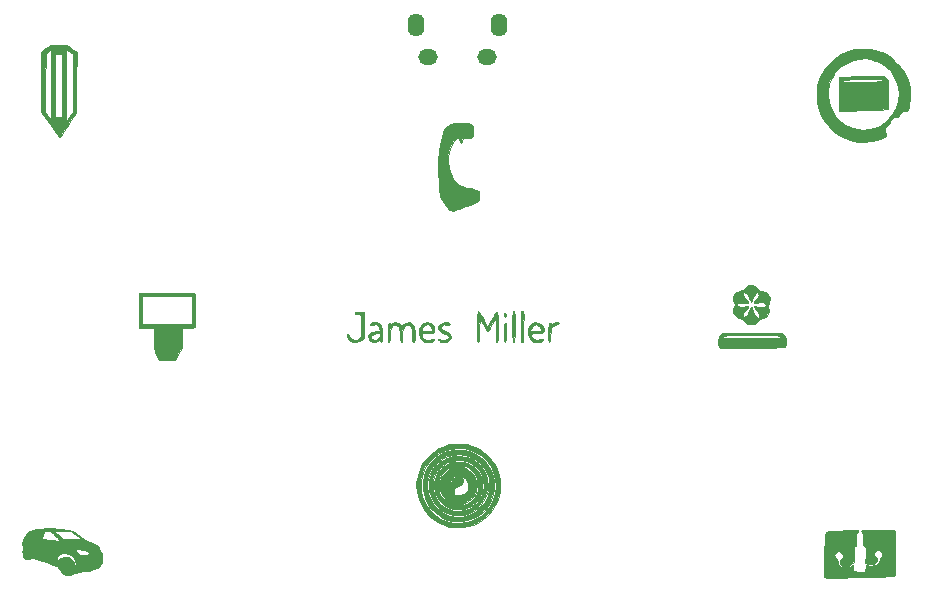
<source format=gbr>
G04 #@! TF.FileFunction,Soldermask,Top*
%FSLAX46Y46*%
G04 Gerber Fmt 4.6, Leading zero omitted, Abs format (unit mm)*
G04 Created by KiCad (PCBNEW 4.0.4-stable) date Friday, 03 February 2017 'AMt' 10:18:23*
%MOMM*%
%LPD*%
G01*
G04 APERTURE LIST*
%ADD10C,0.100000*%
%ADD11C,0.010000*%
%ADD12O,1.650000X1.350000*%
%ADD13O,1.400000X1.950000*%
%ADD14C,0.500000*%
G04 APERTURE END LIST*
D10*
D11*
G36*
X137874478Y-96965543D02*
X138365766Y-96968510D01*
X138804143Y-96973158D01*
X139174577Y-96979244D01*
X139462039Y-96986524D01*
X139651500Y-96994755D01*
X139726556Y-97003043D01*
X139760229Y-97029895D01*
X139785565Y-97091617D01*
X139803701Y-97203963D01*
X139815774Y-97382683D01*
X139822920Y-97643532D01*
X139826277Y-98002260D01*
X139827000Y-98394850D01*
X139825250Y-98801675D01*
X139820361Y-99169108D01*
X139812869Y-99476867D01*
X139803313Y-99704670D01*
X139792230Y-99832236D01*
X139788456Y-99848556D01*
X139743777Y-99899689D01*
X139641654Y-99930618D01*
X139457830Y-99945607D01*
X139216956Y-99949000D01*
X138684000Y-99949000D01*
X138684000Y-101631448D01*
X138417156Y-102150341D01*
X138150313Y-102669235D01*
X137829781Y-102690242D01*
X137570748Y-102698928D01*
X137276640Y-102697156D01*
X137143428Y-102692185D01*
X136777607Y-102673120D01*
X136571928Y-102279435D01*
X136492279Y-102121895D01*
X136435481Y-101985878D01*
X136396724Y-101844108D01*
X136371196Y-101669309D01*
X136354087Y-101434205D01*
X136340587Y-101111518D01*
X136334500Y-100933250D01*
X136302750Y-99980750D01*
X135683625Y-99962575D01*
X135064500Y-99944401D01*
X135064500Y-97282000D01*
X135318500Y-97282000D01*
X135318500Y-99631500D01*
X139573000Y-99631500D01*
X139573000Y-97282000D01*
X135318500Y-97282000D01*
X135064500Y-97282000D01*
X135064500Y-96964500D01*
X137345306Y-96964500D01*
X137874478Y-96965543D01*
X137874478Y-96965543D01*
G37*
X137874478Y-96965543D02*
X138365766Y-96968510D01*
X138804143Y-96973158D01*
X139174577Y-96979244D01*
X139462039Y-96986524D01*
X139651500Y-96994755D01*
X139726556Y-97003043D01*
X139760229Y-97029895D01*
X139785565Y-97091617D01*
X139803701Y-97203963D01*
X139815774Y-97382683D01*
X139822920Y-97643532D01*
X139826277Y-98002260D01*
X139827000Y-98394850D01*
X139825250Y-98801675D01*
X139820361Y-99169108D01*
X139812869Y-99476867D01*
X139803313Y-99704670D01*
X139792230Y-99832236D01*
X139788456Y-99848556D01*
X139743777Y-99899689D01*
X139641654Y-99930618D01*
X139457830Y-99945607D01*
X139216956Y-99949000D01*
X138684000Y-99949000D01*
X138684000Y-101631448D01*
X138417156Y-102150341D01*
X138150313Y-102669235D01*
X137829781Y-102690242D01*
X137570748Y-102698928D01*
X137276640Y-102697156D01*
X137143428Y-102692185D01*
X136777607Y-102673120D01*
X136571928Y-102279435D01*
X136492279Y-102121895D01*
X136435481Y-101985878D01*
X136396724Y-101844108D01*
X136371196Y-101669309D01*
X136354087Y-101434205D01*
X136340587Y-101111518D01*
X136334500Y-100933250D01*
X136302750Y-99980750D01*
X135683625Y-99962575D01*
X135064500Y-99944401D01*
X135064500Y-97282000D01*
X135318500Y-97282000D01*
X135318500Y-99631500D01*
X139573000Y-99631500D01*
X139573000Y-97282000D01*
X135318500Y-97282000D01*
X135064500Y-97282000D01*
X135064500Y-96964500D01*
X137345306Y-96964500D01*
X137874478Y-96965543D01*
G36*
X162423780Y-109763301D02*
X162658978Y-109774637D01*
X162846711Y-109798847D01*
X163019653Y-109840284D01*
X163210478Y-109903298D01*
X163227998Y-109909583D01*
X163753422Y-110137235D01*
X164206407Y-110421847D01*
X164614511Y-110777934D01*
X164976305Y-111193691D01*
X165259708Y-111647665D01*
X165482862Y-112164447D01*
X165547847Y-112358200D01*
X165590896Y-112531380D01*
X165616360Y-112716661D01*
X165628592Y-112946716D01*
X165631941Y-113254219D01*
X165631955Y-113284000D01*
X165629144Y-113599336D01*
X165617808Y-113834534D01*
X165593598Y-114022267D01*
X165552161Y-114195209D01*
X165489147Y-114386034D01*
X165482862Y-114403553D01*
X165255209Y-114928977D01*
X164970598Y-115381963D01*
X164614511Y-115790066D01*
X164133768Y-116199653D01*
X163613798Y-116504097D01*
X163049140Y-116705771D01*
X162434337Y-116807049D01*
X162249751Y-116817839D01*
X161860078Y-116818064D01*
X161518681Y-116790927D01*
X161344293Y-116760588D01*
X160749041Y-116569362D01*
X160209039Y-116286300D01*
X159732061Y-115921712D01*
X159325880Y-115485910D01*
X158998271Y-114989202D01*
X158757008Y-114441900D01*
X158609865Y-113854313D01*
X158568077Y-113284000D01*
X158927191Y-113284000D01*
X158980961Y-113867496D01*
X159136123Y-114417975D01*
X159383456Y-114924972D01*
X159713736Y-115378018D01*
X160117744Y-115766649D01*
X160586257Y-116080398D01*
X161110053Y-116308797D01*
X161679911Y-116441381D01*
X161712906Y-116445749D01*
X162231491Y-116463867D01*
X162767348Y-116395415D01*
X162955111Y-116350239D01*
X163502167Y-116144665D01*
X163992439Y-115848385D01*
X164417222Y-115472834D01*
X164767810Y-115029447D01*
X165035497Y-114529658D01*
X165211578Y-113984900D01*
X165287346Y-113406609D01*
X165289698Y-113284000D01*
X165236500Y-112697794D01*
X165083118Y-112148328D01*
X164838870Y-111644902D01*
X164513077Y-111196813D01*
X164115055Y-110813361D01*
X163654125Y-110503843D01*
X163139604Y-110277558D01*
X162580812Y-110143804D01*
X162108445Y-110109672D01*
X161520959Y-110162754D01*
X160970295Y-110315803D01*
X160465770Y-110559518D01*
X160016704Y-110884603D01*
X159632415Y-111281758D01*
X159322222Y-111741685D01*
X159095443Y-112255085D01*
X158961398Y-112812661D01*
X158927191Y-113284000D01*
X158568077Y-113284000D01*
X158564615Y-113236752D01*
X158570000Y-113081263D01*
X158658499Y-112452401D01*
X158850706Y-111868073D01*
X159146162Y-111329303D01*
X159544408Y-110837116D01*
X159602378Y-110777934D01*
X160018136Y-110416140D01*
X160472109Y-110132737D01*
X160988891Y-109909583D01*
X161182645Y-109844598D01*
X161355825Y-109801549D01*
X161541106Y-109776084D01*
X161771161Y-109763853D01*
X162078663Y-109760504D01*
X162108445Y-109760490D01*
X162423780Y-109763301D01*
X162423780Y-109763301D01*
G37*
X162423780Y-109763301D02*
X162658978Y-109774637D01*
X162846711Y-109798847D01*
X163019653Y-109840284D01*
X163210478Y-109903298D01*
X163227998Y-109909583D01*
X163753422Y-110137235D01*
X164206407Y-110421847D01*
X164614511Y-110777934D01*
X164976305Y-111193691D01*
X165259708Y-111647665D01*
X165482862Y-112164447D01*
X165547847Y-112358200D01*
X165590896Y-112531380D01*
X165616360Y-112716661D01*
X165628592Y-112946716D01*
X165631941Y-113254219D01*
X165631955Y-113284000D01*
X165629144Y-113599336D01*
X165617808Y-113834534D01*
X165593598Y-114022267D01*
X165552161Y-114195209D01*
X165489147Y-114386034D01*
X165482862Y-114403553D01*
X165255209Y-114928977D01*
X164970598Y-115381963D01*
X164614511Y-115790066D01*
X164133768Y-116199653D01*
X163613798Y-116504097D01*
X163049140Y-116705771D01*
X162434337Y-116807049D01*
X162249751Y-116817839D01*
X161860078Y-116818064D01*
X161518681Y-116790927D01*
X161344293Y-116760588D01*
X160749041Y-116569362D01*
X160209039Y-116286300D01*
X159732061Y-115921712D01*
X159325880Y-115485910D01*
X158998271Y-114989202D01*
X158757008Y-114441900D01*
X158609865Y-113854313D01*
X158568077Y-113284000D01*
X158927191Y-113284000D01*
X158980961Y-113867496D01*
X159136123Y-114417975D01*
X159383456Y-114924972D01*
X159713736Y-115378018D01*
X160117744Y-115766649D01*
X160586257Y-116080398D01*
X161110053Y-116308797D01*
X161679911Y-116441381D01*
X161712906Y-116445749D01*
X162231491Y-116463867D01*
X162767348Y-116395415D01*
X162955111Y-116350239D01*
X163502167Y-116144665D01*
X163992439Y-115848385D01*
X164417222Y-115472834D01*
X164767810Y-115029447D01*
X165035497Y-114529658D01*
X165211578Y-113984900D01*
X165287346Y-113406609D01*
X165289698Y-113284000D01*
X165236500Y-112697794D01*
X165083118Y-112148328D01*
X164838870Y-111644902D01*
X164513077Y-111196813D01*
X164115055Y-110813361D01*
X163654125Y-110503843D01*
X163139604Y-110277558D01*
X162580812Y-110143804D01*
X162108445Y-110109672D01*
X161520959Y-110162754D01*
X160970295Y-110315803D01*
X160465770Y-110559518D01*
X160016704Y-110884603D01*
X159632415Y-111281758D01*
X159322222Y-111741685D01*
X159095443Y-112255085D01*
X158961398Y-112812661D01*
X158927191Y-113284000D01*
X158568077Y-113284000D01*
X158564615Y-113236752D01*
X158570000Y-113081263D01*
X158658499Y-112452401D01*
X158850706Y-111868073D01*
X159146162Y-111329303D01*
X159544408Y-110837116D01*
X159602378Y-110777934D01*
X160018136Y-110416140D01*
X160472109Y-110132737D01*
X160988891Y-109909583D01*
X161182645Y-109844598D01*
X161355825Y-109801549D01*
X161541106Y-109776084D01*
X161771161Y-109763853D01*
X162078663Y-109760504D01*
X162108445Y-109760490D01*
X162423780Y-109763301D01*
G36*
X162587409Y-110296712D02*
X163000229Y-110377935D01*
X163383774Y-110525828D01*
X163732731Y-110723334D01*
X164176715Y-111070823D01*
X164547179Y-111491089D01*
X164835887Y-111968146D01*
X165034603Y-112486007D01*
X165135092Y-113028687D01*
X165140224Y-113455317D01*
X165050296Y-114022970D01*
X164864551Y-114546435D01*
X164593569Y-115017696D01*
X164247930Y-115428737D01*
X163838217Y-115771542D01*
X163375009Y-116038095D01*
X162868887Y-116220380D01*
X162330432Y-116310382D01*
X161770224Y-116300085D01*
X161453791Y-116248139D01*
X160937827Y-116081137D01*
X160449598Y-115817975D01*
X160013954Y-115475013D01*
X159655748Y-115068611D01*
X159650142Y-115060786D01*
X159359491Y-114563622D01*
X159172217Y-114043254D01*
X159084442Y-113511696D01*
X159086195Y-113393112D01*
X159468819Y-113393112D01*
X159540372Y-113897761D01*
X159707249Y-114375256D01*
X159960668Y-114812126D01*
X160291846Y-115194903D01*
X160692002Y-115510116D01*
X161152353Y-115744295D01*
X161431111Y-115834483D01*
X161898940Y-115919153D01*
X162348160Y-115915376D01*
X162724444Y-115849892D01*
X163224581Y-115676158D01*
X163672098Y-115409114D01*
X164056415Y-115060222D01*
X164366953Y-114640940D01*
X164593130Y-114162730D01*
X164715516Y-113693222D01*
X164749010Y-113176622D01*
X164680330Y-112680525D01*
X164519727Y-112215180D01*
X164277450Y-111790836D01*
X163963748Y-111417744D01*
X163588872Y-111106152D01*
X163163069Y-110866310D01*
X162696590Y-110708468D01*
X162199684Y-110642874D01*
X161699222Y-110676928D01*
X161173382Y-110819883D01*
X160699355Y-111057597D01*
X160287306Y-111379905D01*
X159947403Y-111776641D01*
X159689810Y-112237638D01*
X159524696Y-112752731D01*
X159501373Y-112874778D01*
X159468819Y-113393112D01*
X159086195Y-113393112D01*
X159092288Y-112980960D01*
X159191877Y-112463059D01*
X159379330Y-111970007D01*
X159650771Y-111513817D01*
X160002320Y-111106501D01*
X160430100Y-110760073D01*
X160930233Y-110486547D01*
X161155292Y-110398265D01*
X161369408Y-110333695D01*
X161586804Y-110294602D01*
X161846532Y-110275810D01*
X162108445Y-110271915D01*
X162587409Y-110296712D01*
X162587409Y-110296712D01*
G37*
X162587409Y-110296712D02*
X163000229Y-110377935D01*
X163383774Y-110525828D01*
X163732731Y-110723334D01*
X164176715Y-111070823D01*
X164547179Y-111491089D01*
X164835887Y-111968146D01*
X165034603Y-112486007D01*
X165135092Y-113028687D01*
X165140224Y-113455317D01*
X165050296Y-114022970D01*
X164864551Y-114546435D01*
X164593569Y-115017696D01*
X164247930Y-115428737D01*
X163838217Y-115771542D01*
X163375009Y-116038095D01*
X162868887Y-116220380D01*
X162330432Y-116310382D01*
X161770224Y-116300085D01*
X161453791Y-116248139D01*
X160937827Y-116081137D01*
X160449598Y-115817975D01*
X160013954Y-115475013D01*
X159655748Y-115068611D01*
X159650142Y-115060786D01*
X159359491Y-114563622D01*
X159172217Y-114043254D01*
X159084442Y-113511696D01*
X159086195Y-113393112D01*
X159468819Y-113393112D01*
X159540372Y-113897761D01*
X159707249Y-114375256D01*
X159960668Y-114812126D01*
X160291846Y-115194903D01*
X160692002Y-115510116D01*
X161152353Y-115744295D01*
X161431111Y-115834483D01*
X161898940Y-115919153D01*
X162348160Y-115915376D01*
X162724444Y-115849892D01*
X163224581Y-115676158D01*
X163672098Y-115409114D01*
X164056415Y-115060222D01*
X164366953Y-114640940D01*
X164593130Y-114162730D01*
X164715516Y-113693222D01*
X164749010Y-113176622D01*
X164680330Y-112680525D01*
X164519727Y-112215180D01*
X164277450Y-111790836D01*
X163963748Y-111417744D01*
X163588872Y-111106152D01*
X163163069Y-110866310D01*
X162696590Y-110708468D01*
X162199684Y-110642874D01*
X161699222Y-110676928D01*
X161173382Y-110819883D01*
X160699355Y-111057597D01*
X160287306Y-111379905D01*
X159947403Y-111776641D01*
X159689810Y-112237638D01*
X159524696Y-112752731D01*
X159501373Y-112874778D01*
X159468819Y-113393112D01*
X159086195Y-113393112D01*
X159092288Y-112980960D01*
X159191877Y-112463059D01*
X159379330Y-111970007D01*
X159650771Y-111513817D01*
X160002320Y-111106501D01*
X160430100Y-110760073D01*
X160930233Y-110486547D01*
X161155292Y-110398265D01*
X161369408Y-110333695D01*
X161586804Y-110294602D01*
X161846532Y-110275810D01*
X162108445Y-110271915D01*
X162587409Y-110296712D01*
G36*
X162698810Y-110835758D02*
X163146662Y-110996500D01*
X163554996Y-111237745D01*
X163913088Y-111548775D01*
X164210214Y-111918876D01*
X164435650Y-112337331D01*
X164578672Y-112793425D01*
X164628557Y-113276441D01*
X164595911Y-113665000D01*
X164455915Y-114177151D01*
X164222590Y-114638430D01*
X163906367Y-115037813D01*
X163517673Y-115364273D01*
X163066939Y-115606786D01*
X162632271Y-115740942D01*
X162343401Y-115794534D01*
X162110222Y-115813679D01*
X161880879Y-115798254D01*
X161603520Y-115748137D01*
X161558176Y-115738404D01*
X161079692Y-115579854D01*
X160651146Y-115330830D01*
X160282039Y-115005239D01*
X159981872Y-114616987D01*
X159760145Y-114179978D01*
X159626359Y-113708119D01*
X159594043Y-113269931D01*
X159944422Y-113269931D01*
X159985982Y-113708937D01*
X160113257Y-114120656D01*
X160317205Y-114494849D01*
X160588786Y-114821278D01*
X160918959Y-115089704D01*
X161298684Y-115289889D01*
X161718919Y-115411595D01*
X162170623Y-115444583D01*
X162644757Y-115378614D01*
X162791705Y-115337468D01*
X163212096Y-115148690D01*
X163586454Y-114867465D01*
X163793076Y-114642946D01*
X164050482Y-114233974D01*
X164207097Y-113799103D01*
X164267210Y-113352780D01*
X164235110Y-112909450D01*
X164115086Y-112483563D01*
X163911426Y-112089563D01*
X163628420Y-111741899D01*
X163270356Y-111455017D01*
X162841523Y-111243364D01*
X162777182Y-111220923D01*
X162445005Y-111152846D01*
X162060722Y-111140242D01*
X161668922Y-111180324D01*
X161314193Y-111270308D01*
X161192024Y-111319950D01*
X160864634Y-111519056D01*
X160555398Y-111791042D01*
X160297806Y-112102624D01*
X160154608Y-112351012D01*
X159997617Y-112813877D01*
X159944422Y-113269931D01*
X159594043Y-113269931D01*
X159590014Y-113215315D01*
X159620978Y-112903000D01*
X159762105Y-112387528D01*
X159997595Y-111925457D01*
X160317712Y-111526513D01*
X160712719Y-111200422D01*
X161172882Y-110956911D01*
X161688465Y-110805704D01*
X161727445Y-110798642D01*
X162222163Y-110766233D01*
X162698810Y-110835758D01*
X162698810Y-110835758D01*
G37*
X162698810Y-110835758D02*
X163146662Y-110996500D01*
X163554996Y-111237745D01*
X163913088Y-111548775D01*
X164210214Y-111918876D01*
X164435650Y-112337331D01*
X164578672Y-112793425D01*
X164628557Y-113276441D01*
X164595911Y-113665000D01*
X164455915Y-114177151D01*
X164222590Y-114638430D01*
X163906367Y-115037813D01*
X163517673Y-115364273D01*
X163066939Y-115606786D01*
X162632271Y-115740942D01*
X162343401Y-115794534D01*
X162110222Y-115813679D01*
X161880879Y-115798254D01*
X161603520Y-115748137D01*
X161558176Y-115738404D01*
X161079692Y-115579854D01*
X160651146Y-115330830D01*
X160282039Y-115005239D01*
X159981872Y-114616987D01*
X159760145Y-114179978D01*
X159626359Y-113708119D01*
X159594043Y-113269931D01*
X159944422Y-113269931D01*
X159985982Y-113708937D01*
X160113257Y-114120656D01*
X160317205Y-114494849D01*
X160588786Y-114821278D01*
X160918959Y-115089704D01*
X161298684Y-115289889D01*
X161718919Y-115411595D01*
X162170623Y-115444583D01*
X162644757Y-115378614D01*
X162791705Y-115337468D01*
X163212096Y-115148690D01*
X163586454Y-114867465D01*
X163793076Y-114642946D01*
X164050482Y-114233974D01*
X164207097Y-113799103D01*
X164267210Y-113352780D01*
X164235110Y-112909450D01*
X164115086Y-112483563D01*
X163911426Y-112089563D01*
X163628420Y-111741899D01*
X163270356Y-111455017D01*
X162841523Y-111243364D01*
X162777182Y-111220923D01*
X162445005Y-111152846D01*
X162060722Y-111140242D01*
X161668922Y-111180324D01*
X161314193Y-111270308D01*
X161192024Y-111319950D01*
X160864634Y-111519056D01*
X160555398Y-111791042D01*
X160297806Y-112102624D01*
X160154608Y-112351012D01*
X159997617Y-112813877D01*
X159944422Y-113269931D01*
X159594043Y-113269931D01*
X159590014Y-113215315D01*
X159620978Y-112903000D01*
X159762105Y-112387528D01*
X159997595Y-111925457D01*
X160317712Y-111526513D01*
X160712719Y-111200422D01*
X161172882Y-110956911D01*
X161688465Y-110805704D01*
X161727445Y-110798642D01*
X162222163Y-110766233D01*
X162698810Y-110835758D01*
G36*
X162382092Y-111284688D02*
X162581483Y-111302588D01*
X162745052Y-111340675D01*
X162911232Y-111405702D01*
X162966203Y-111430939D01*
X163332263Y-111658254D01*
X163657210Y-111966625D01*
X163909625Y-112324635D01*
X163961505Y-112426242D01*
X164035742Y-112600506D01*
X164081052Y-112760853D01*
X164104189Y-112945717D01*
X164111905Y-113193534D01*
X164112222Y-113284000D01*
X164107757Y-113557648D01*
X164089857Y-113757039D01*
X164051770Y-113920607D01*
X163986743Y-114086788D01*
X163961505Y-114141758D01*
X163734806Y-114507062D01*
X163427587Y-114831131D01*
X163071120Y-115082723D01*
X162966203Y-115136177D01*
X162592961Y-115259513D01*
X162180375Y-115311614D01*
X161768405Y-115291283D01*
X161397013Y-115197321D01*
X161364597Y-115184229D01*
X160926881Y-114945827D01*
X160575425Y-114637858D01*
X160314782Y-114267455D01*
X160149506Y-113841753D01*
X160084150Y-113367885D01*
X160085082Y-113284000D01*
X160443334Y-113284000D01*
X160453249Y-113608555D01*
X160491733Y-113856031D01*
X160571896Y-114061176D01*
X160706847Y-114258735D01*
X160886916Y-114459750D01*
X161170876Y-114711854D01*
X161469217Y-114879280D01*
X161600079Y-114927862D01*
X161778821Y-114958029D01*
X162025330Y-114964347D01*
X162299522Y-114949652D01*
X162561310Y-114916780D01*
X162770608Y-114868564D01*
X162842222Y-114840011D01*
X163073505Y-114687110D01*
X163314997Y-114471443D01*
X163527324Y-114231661D01*
X163651058Y-114046000D01*
X163711983Y-113912546D01*
X163749199Y-113765911D01*
X163767925Y-113573585D01*
X163773381Y-113303059D01*
X163773400Y-113284000D01*
X163763588Y-112959534D01*
X163725198Y-112712129D01*
X163645119Y-112507026D01*
X163510243Y-112309462D01*
X163329973Y-112108120D01*
X163102372Y-111892109D01*
X162888138Y-111748634D01*
X162653950Y-111664359D01*
X162366488Y-111625947D01*
X162108445Y-111619201D01*
X161762141Y-111632896D01*
X161493050Y-111682874D01*
X161267850Y-111782469D01*
X161053222Y-111945019D01*
X160886916Y-112108120D01*
X160691148Y-112328831D01*
X160562026Y-112525650D01*
X160486436Y-112733338D01*
X160451266Y-112986657D01*
X160443334Y-113284000D01*
X160085082Y-113284000D01*
X160086222Y-113181407D01*
X160162731Y-112707075D01*
X160338399Y-112277379D01*
X160605331Y-111904189D01*
X160955630Y-111599374D01*
X161250687Y-111430939D01*
X161424950Y-111356703D01*
X161585297Y-111311393D01*
X161770162Y-111288256D01*
X162017978Y-111280540D01*
X162108445Y-111280222D01*
X162382092Y-111284688D01*
X162382092Y-111284688D01*
G37*
X162382092Y-111284688D02*
X162581483Y-111302588D01*
X162745052Y-111340675D01*
X162911232Y-111405702D01*
X162966203Y-111430939D01*
X163332263Y-111658254D01*
X163657210Y-111966625D01*
X163909625Y-112324635D01*
X163961505Y-112426242D01*
X164035742Y-112600506D01*
X164081052Y-112760853D01*
X164104189Y-112945717D01*
X164111905Y-113193534D01*
X164112222Y-113284000D01*
X164107757Y-113557648D01*
X164089857Y-113757039D01*
X164051770Y-113920607D01*
X163986743Y-114086788D01*
X163961505Y-114141758D01*
X163734806Y-114507062D01*
X163427587Y-114831131D01*
X163071120Y-115082723D01*
X162966203Y-115136177D01*
X162592961Y-115259513D01*
X162180375Y-115311614D01*
X161768405Y-115291283D01*
X161397013Y-115197321D01*
X161364597Y-115184229D01*
X160926881Y-114945827D01*
X160575425Y-114637858D01*
X160314782Y-114267455D01*
X160149506Y-113841753D01*
X160084150Y-113367885D01*
X160085082Y-113284000D01*
X160443334Y-113284000D01*
X160453249Y-113608555D01*
X160491733Y-113856031D01*
X160571896Y-114061176D01*
X160706847Y-114258735D01*
X160886916Y-114459750D01*
X161170876Y-114711854D01*
X161469217Y-114879280D01*
X161600079Y-114927862D01*
X161778821Y-114958029D01*
X162025330Y-114964347D01*
X162299522Y-114949652D01*
X162561310Y-114916780D01*
X162770608Y-114868564D01*
X162842222Y-114840011D01*
X163073505Y-114687110D01*
X163314997Y-114471443D01*
X163527324Y-114231661D01*
X163651058Y-114046000D01*
X163711983Y-113912546D01*
X163749199Y-113765911D01*
X163767925Y-113573585D01*
X163773381Y-113303059D01*
X163773400Y-113284000D01*
X163763588Y-112959534D01*
X163725198Y-112712129D01*
X163645119Y-112507026D01*
X163510243Y-112309462D01*
X163329973Y-112108120D01*
X163102372Y-111892109D01*
X162888138Y-111748634D01*
X162653950Y-111664359D01*
X162366488Y-111625947D01*
X162108445Y-111619201D01*
X161762141Y-111632896D01*
X161493050Y-111682874D01*
X161267850Y-111782469D01*
X161053222Y-111945019D01*
X160886916Y-112108120D01*
X160691148Y-112328831D01*
X160562026Y-112525650D01*
X160486436Y-112733338D01*
X160451266Y-112986657D01*
X160443334Y-113284000D01*
X160085082Y-113284000D01*
X160086222Y-113181407D01*
X160162731Y-112707075D01*
X160338399Y-112277379D01*
X160605331Y-111904189D01*
X160955630Y-111599374D01*
X161250687Y-111430939D01*
X161424950Y-111356703D01*
X161585297Y-111311393D01*
X161770162Y-111288256D01*
X162017978Y-111280540D01*
X162108445Y-111280222D01*
X162382092Y-111284688D01*
G36*
X162458292Y-111752342D02*
X162734847Y-111819248D01*
X162972530Y-111947766D01*
X163205767Y-112151809D01*
X163245225Y-112192662D01*
X163440385Y-112419964D01*
X163564706Y-112631084D01*
X163632497Y-112863698D01*
X163658066Y-113155482D01*
X163659691Y-113284000D01*
X163645959Y-113606736D01*
X163595222Y-113856563D01*
X163493174Y-114071157D01*
X163325505Y-114288194D01*
X163245225Y-114375339D01*
X162969156Y-114615222D01*
X162670731Y-114763666D01*
X162317772Y-114834994D01*
X162193111Y-114843648D01*
X161971372Y-114846190D01*
X161776752Y-114835481D01*
X161656524Y-114815060D01*
X161300484Y-114649469D01*
X160989814Y-114394090D01*
X160971664Y-114375208D01*
X160776511Y-114148020D01*
X160652188Y-113936928D01*
X160584391Y-113704280D01*
X160558821Y-113412423D01*
X160557915Y-113340687D01*
X161318222Y-113340687D01*
X161337832Y-113537235D01*
X161411973Y-113700552D01*
X161495625Y-113812166D01*
X161625068Y-113950085D01*
X161748312Y-114051233D01*
X161791958Y-114075448D01*
X162022022Y-114122694D01*
X162286017Y-114110814D01*
X162524115Y-114043557D01*
X162556520Y-114027528D01*
X162764000Y-113858397D01*
X162894602Y-113631660D01*
X162947651Y-113372997D01*
X162922476Y-113108088D01*
X162818402Y-112862613D01*
X162634757Y-112662251D01*
X162593068Y-112632873D01*
X162332914Y-112522204D01*
X162064890Y-112509200D01*
X161809767Y-112582328D01*
X161588312Y-112730059D01*
X161421296Y-112940861D01*
X161329486Y-113203202D01*
X161318222Y-113340687D01*
X160557915Y-113340687D01*
X160557198Y-113284000D01*
X160570931Y-112961264D01*
X160621667Y-112711437D01*
X160723716Y-112496843D01*
X160891385Y-112279807D01*
X160971664Y-112192662D01*
X161207402Y-111975156D01*
X161442044Y-111835417D01*
X161710014Y-111759530D01*
X162045735Y-111733580D01*
X162108445Y-111733132D01*
X162458292Y-111752342D01*
X162458292Y-111752342D01*
G37*
X162458292Y-111752342D02*
X162734847Y-111819248D01*
X162972530Y-111947766D01*
X163205767Y-112151809D01*
X163245225Y-112192662D01*
X163440385Y-112419964D01*
X163564706Y-112631084D01*
X163632497Y-112863698D01*
X163658066Y-113155482D01*
X163659691Y-113284000D01*
X163645959Y-113606736D01*
X163595222Y-113856563D01*
X163493174Y-114071157D01*
X163325505Y-114288194D01*
X163245225Y-114375339D01*
X162969156Y-114615222D01*
X162670731Y-114763666D01*
X162317772Y-114834994D01*
X162193111Y-114843648D01*
X161971372Y-114846190D01*
X161776752Y-114835481D01*
X161656524Y-114815060D01*
X161300484Y-114649469D01*
X160989814Y-114394090D01*
X160971664Y-114375208D01*
X160776511Y-114148020D01*
X160652188Y-113936928D01*
X160584391Y-113704280D01*
X160558821Y-113412423D01*
X160557915Y-113340687D01*
X161318222Y-113340687D01*
X161337832Y-113537235D01*
X161411973Y-113700552D01*
X161495625Y-113812166D01*
X161625068Y-113950085D01*
X161748312Y-114051233D01*
X161791958Y-114075448D01*
X162022022Y-114122694D01*
X162286017Y-114110814D01*
X162524115Y-114043557D01*
X162556520Y-114027528D01*
X162764000Y-113858397D01*
X162894602Y-113631660D01*
X162947651Y-113372997D01*
X162922476Y-113108088D01*
X162818402Y-112862613D01*
X162634757Y-112662251D01*
X162593068Y-112632873D01*
X162332914Y-112522204D01*
X162064890Y-112509200D01*
X161809767Y-112582328D01*
X161588312Y-112730059D01*
X161421296Y-112940861D01*
X161329486Y-113203202D01*
X161318222Y-113340687D01*
X160557915Y-113340687D01*
X160557198Y-113284000D01*
X160570931Y-112961264D01*
X160621667Y-112711437D01*
X160723716Y-112496843D01*
X160891385Y-112279807D01*
X160971664Y-112192662D01*
X161207402Y-111975156D01*
X161442044Y-111835417D01*
X161710014Y-111759530D01*
X162045735Y-111733580D01*
X162108445Y-111733132D01*
X162458292Y-111752342D01*
G36*
X162264265Y-112577242D02*
X162413272Y-112670510D01*
X162495595Y-112832000D01*
X162503556Y-112909664D01*
X162462864Y-113098841D01*
X162335246Y-113227680D01*
X162112385Y-113304260D01*
X162093906Y-113307711D01*
X161886740Y-113390306D01*
X161759472Y-113539205D01*
X161725376Y-113736560D01*
X161733221Y-113792660D01*
X161749201Y-113910167D01*
X161741247Y-113961264D01*
X161740499Y-113961334D01*
X161695327Y-113919688D01*
X161607930Y-113812826D01*
X161539396Y-113721445D01*
X161432594Y-113556181D01*
X161389004Y-113421535D01*
X161392961Y-113267365D01*
X161394290Y-113256992D01*
X161426605Y-113110418D01*
X161470777Y-113021477D01*
X161483915Y-113012399D01*
X161541899Y-112946499D01*
X161544699Y-112926519D01*
X161591744Y-112852678D01*
X161709335Y-112757351D01*
X161863930Y-112662746D01*
X162021984Y-112591072D01*
X162076693Y-112574287D01*
X162264265Y-112577242D01*
X162264265Y-112577242D01*
G37*
X162264265Y-112577242D02*
X162413272Y-112670510D01*
X162495595Y-112832000D01*
X162503556Y-112909664D01*
X162462864Y-113098841D01*
X162335246Y-113227680D01*
X162112385Y-113304260D01*
X162093906Y-113307711D01*
X161886740Y-113390306D01*
X161759472Y-113539205D01*
X161725376Y-113736560D01*
X161733221Y-113792660D01*
X161749201Y-113910167D01*
X161741247Y-113961264D01*
X161740499Y-113961334D01*
X161695327Y-113919688D01*
X161607930Y-113812826D01*
X161539396Y-113721445D01*
X161432594Y-113556181D01*
X161389004Y-113421535D01*
X161392961Y-113267365D01*
X161394290Y-113256992D01*
X161426605Y-113110418D01*
X161470777Y-113021477D01*
X161483915Y-113012399D01*
X161541899Y-112946499D01*
X161544699Y-112926519D01*
X161591744Y-112852678D01*
X161709335Y-112757351D01*
X161863930Y-112662746D01*
X162021984Y-112591072D01*
X162076693Y-112574287D01*
X162264265Y-112577242D01*
G36*
X197063000Y-76335742D02*
X197648308Y-76471840D01*
X198194462Y-76705796D01*
X198713335Y-77042653D01*
X199200033Y-77470731D01*
X199434698Y-77710286D01*
X199607850Y-77907149D01*
X199742858Y-78093051D01*
X199863094Y-78299722D01*
X199974241Y-78521889D01*
X200141431Y-78910212D01*
X200254730Y-79279938D01*
X200319896Y-79663663D01*
X200342686Y-80093983D01*
X200331814Y-80546222D01*
X200306346Y-80924682D01*
X200269884Y-81202732D01*
X200218451Y-81392634D01*
X200148070Y-81506647D01*
X200054761Y-81557033D01*
X200002189Y-81562222D01*
X199741464Y-81606054D01*
X199550819Y-81738074D01*
X199463911Y-81871384D01*
X199382872Y-82006075D01*
X199287503Y-82061830D01*
X199189602Y-82070222D01*
X198970227Y-82122144D01*
X198792948Y-82261070D01*
X198687977Y-82461745D01*
X198680262Y-82496002D01*
X198644447Y-82625242D01*
X198603958Y-82689527D01*
X198597827Y-82691111D01*
X198529118Y-82724469D01*
X198414625Y-82807509D01*
X198378331Y-82837240D01*
X198256107Y-82967308D01*
X198208978Y-83112988D01*
X198204667Y-83206115D01*
X198228157Y-83390735D01*
X198285726Y-83551176D01*
X198295945Y-83568168D01*
X198341851Y-83646096D01*
X198341199Y-83700108D01*
X198276877Y-83751202D01*
X198131775Y-83820378D01*
X198067056Y-83849069D01*
X197561236Y-84032708D01*
X197025716Y-84155754D01*
X196489414Y-84214999D01*
X195981247Y-84207239D01*
X195532975Y-84130049D01*
X194852281Y-83892751D01*
X194250961Y-83577214D01*
X193730583Y-83184508D01*
X193292719Y-82715704D01*
X193131516Y-82492963D01*
X192829495Y-81976484D01*
X192624351Y-81465460D01*
X192505724Y-80930074D01*
X192472459Y-80596293D01*
X192467050Y-80350149D01*
X193419577Y-80350149D01*
X193466985Y-80767050D01*
X193576103Y-81157409D01*
X193721775Y-81495128D01*
X194020169Y-81977380D01*
X194403921Y-82389382D01*
X194864651Y-82723798D01*
X195393984Y-82973289D01*
X195420125Y-82982702D01*
X195915114Y-83119772D01*
X196389223Y-83164854D01*
X196872034Y-83118079D01*
X197358000Y-82991205D01*
X197804844Y-82812546D01*
X198181763Y-82583274D01*
X198528927Y-82277735D01*
X198612332Y-82190153D01*
X198955474Y-81754157D01*
X199197505Y-81289743D01*
X199350088Y-80773558D01*
X199368443Y-80676277D01*
X199416169Y-80095736D01*
X199358328Y-79537707D01*
X199201540Y-79012150D01*
X198952426Y-78529025D01*
X198617609Y-78098290D01*
X198203708Y-77729905D01*
X197717344Y-77433830D01*
X197165140Y-77220023D01*
X197049808Y-77188626D01*
X196538298Y-77115193D01*
X196011897Y-77144782D01*
X195488322Y-77272340D01*
X194985289Y-77492813D01*
X194520515Y-77801148D01*
X194332161Y-77963852D01*
X194118217Y-78181315D01*
X193948354Y-78401434D01*
X193791632Y-78667004D01*
X193714378Y-78818348D01*
X193593952Y-79070752D01*
X193516212Y-79266815D01*
X193469501Y-79449148D01*
X193442166Y-79660359D01*
X193427024Y-79868889D01*
X193419577Y-80350149D01*
X192467050Y-80350149D01*
X192460185Y-80037784D01*
X192500240Y-79552250D01*
X192596907Y-79110512D01*
X192752610Y-78687609D01*
X193072951Y-78092672D01*
X193473782Y-77572687D01*
X193946526Y-77133245D01*
X194482606Y-76779938D01*
X195073445Y-76518358D01*
X195710465Y-76354096D01*
X196385089Y-76292744D01*
X196426667Y-76292458D01*
X197063000Y-76335742D01*
X197063000Y-76335742D01*
G37*
X197063000Y-76335742D02*
X197648308Y-76471840D01*
X198194462Y-76705796D01*
X198713335Y-77042653D01*
X199200033Y-77470731D01*
X199434698Y-77710286D01*
X199607850Y-77907149D01*
X199742858Y-78093051D01*
X199863094Y-78299722D01*
X199974241Y-78521889D01*
X200141431Y-78910212D01*
X200254730Y-79279938D01*
X200319896Y-79663663D01*
X200342686Y-80093983D01*
X200331814Y-80546222D01*
X200306346Y-80924682D01*
X200269884Y-81202732D01*
X200218451Y-81392634D01*
X200148070Y-81506647D01*
X200054761Y-81557033D01*
X200002189Y-81562222D01*
X199741464Y-81606054D01*
X199550819Y-81738074D01*
X199463911Y-81871384D01*
X199382872Y-82006075D01*
X199287503Y-82061830D01*
X199189602Y-82070222D01*
X198970227Y-82122144D01*
X198792948Y-82261070D01*
X198687977Y-82461745D01*
X198680262Y-82496002D01*
X198644447Y-82625242D01*
X198603958Y-82689527D01*
X198597827Y-82691111D01*
X198529118Y-82724469D01*
X198414625Y-82807509D01*
X198378331Y-82837240D01*
X198256107Y-82967308D01*
X198208978Y-83112988D01*
X198204667Y-83206115D01*
X198228157Y-83390735D01*
X198285726Y-83551176D01*
X198295945Y-83568168D01*
X198341851Y-83646096D01*
X198341199Y-83700108D01*
X198276877Y-83751202D01*
X198131775Y-83820378D01*
X198067056Y-83849069D01*
X197561236Y-84032708D01*
X197025716Y-84155754D01*
X196489414Y-84214999D01*
X195981247Y-84207239D01*
X195532975Y-84130049D01*
X194852281Y-83892751D01*
X194250961Y-83577214D01*
X193730583Y-83184508D01*
X193292719Y-82715704D01*
X193131516Y-82492963D01*
X192829495Y-81976484D01*
X192624351Y-81465460D01*
X192505724Y-80930074D01*
X192472459Y-80596293D01*
X192467050Y-80350149D01*
X193419577Y-80350149D01*
X193466985Y-80767050D01*
X193576103Y-81157409D01*
X193721775Y-81495128D01*
X194020169Y-81977380D01*
X194403921Y-82389382D01*
X194864651Y-82723798D01*
X195393984Y-82973289D01*
X195420125Y-82982702D01*
X195915114Y-83119772D01*
X196389223Y-83164854D01*
X196872034Y-83118079D01*
X197358000Y-82991205D01*
X197804844Y-82812546D01*
X198181763Y-82583274D01*
X198528927Y-82277735D01*
X198612332Y-82190153D01*
X198955474Y-81754157D01*
X199197505Y-81289743D01*
X199350088Y-80773558D01*
X199368443Y-80676277D01*
X199416169Y-80095736D01*
X199358328Y-79537707D01*
X199201540Y-79012150D01*
X198952426Y-78529025D01*
X198617609Y-78098290D01*
X198203708Y-77729905D01*
X197717344Y-77433830D01*
X197165140Y-77220023D01*
X197049808Y-77188626D01*
X196538298Y-77115193D01*
X196011897Y-77144782D01*
X195488322Y-77272340D01*
X194985289Y-77492813D01*
X194520515Y-77801148D01*
X194332161Y-77963852D01*
X194118217Y-78181315D01*
X193948354Y-78401434D01*
X193791632Y-78667004D01*
X193714378Y-78818348D01*
X193593952Y-79070752D01*
X193516212Y-79266815D01*
X193469501Y-79449148D01*
X193442166Y-79660359D01*
X193427024Y-79868889D01*
X193419577Y-80350149D01*
X192467050Y-80350149D01*
X192460185Y-80037784D01*
X192500240Y-79552250D01*
X192596907Y-79110512D01*
X192752610Y-78687609D01*
X193072951Y-78092672D01*
X193473782Y-77572687D01*
X193946526Y-77133245D01*
X194482606Y-76779938D01*
X195073445Y-76518358D01*
X195710465Y-76354096D01*
X196385089Y-76292744D01*
X196426667Y-76292458D01*
X197063000Y-76335742D01*
G36*
X198325268Y-78795194D02*
X198486889Y-78991499D01*
X198486889Y-81433559D01*
X197654334Y-81468844D01*
X197328664Y-81481874D01*
X196924872Y-81496839D01*
X196477678Y-81512523D01*
X196021804Y-81527706D01*
X195594111Y-81541106D01*
X194366445Y-81578084D01*
X194366445Y-79031107D01*
X194705111Y-79031107D01*
X194714870Y-79077955D01*
X194757411Y-79108233D01*
X194852626Y-79125489D01*
X195020410Y-79133266D01*
X195280657Y-79135111D01*
X195288701Y-79135111D01*
X195539190Y-79133086D01*
X195871038Y-79127469D01*
X196252798Y-79118950D01*
X196653021Y-79108218D01*
X196977032Y-79098112D01*
X197355181Y-79084945D01*
X197634234Y-79073155D01*
X197827940Y-79060877D01*
X197950044Y-79046244D01*
X198014294Y-79027391D01*
X198034437Y-79002452D01*
X198024221Y-78969561D01*
X198016753Y-78957001D01*
X197975967Y-78911585D01*
X197907269Y-78881519D01*
X197789782Y-78863767D01*
X197602628Y-78855294D01*
X197324930Y-78853063D01*
X197302089Y-78853062D01*
X197011558Y-78855487D01*
X196646782Y-78862050D01*
X196246297Y-78871868D01*
X195848635Y-78884062D01*
X195678778Y-78890168D01*
X195325072Y-78904442D01*
X195068735Y-78917838D01*
X194894288Y-78932597D01*
X194786254Y-78950959D01*
X194729155Y-78975164D01*
X194707515Y-79007453D01*
X194705111Y-79031107D01*
X194366445Y-79031107D01*
X194366445Y-78700127D01*
X196265045Y-78649508D01*
X198163646Y-78598889D01*
X198325268Y-78795194D01*
X198325268Y-78795194D01*
G37*
X198325268Y-78795194D02*
X198486889Y-78991499D01*
X198486889Y-81433559D01*
X197654334Y-81468844D01*
X197328664Y-81481874D01*
X196924872Y-81496839D01*
X196477678Y-81512523D01*
X196021804Y-81527706D01*
X195594111Y-81541106D01*
X194366445Y-81578084D01*
X194366445Y-79031107D01*
X194705111Y-79031107D01*
X194714870Y-79077955D01*
X194757411Y-79108233D01*
X194852626Y-79125489D01*
X195020410Y-79133266D01*
X195280657Y-79135111D01*
X195288701Y-79135111D01*
X195539190Y-79133086D01*
X195871038Y-79127469D01*
X196252798Y-79118950D01*
X196653021Y-79108218D01*
X196977032Y-79098112D01*
X197355181Y-79084945D01*
X197634234Y-79073155D01*
X197827940Y-79060877D01*
X197950044Y-79046244D01*
X198014294Y-79027391D01*
X198034437Y-79002452D01*
X198024221Y-78969561D01*
X198016753Y-78957001D01*
X197975967Y-78911585D01*
X197907269Y-78881519D01*
X197789782Y-78863767D01*
X197602628Y-78855294D01*
X197324930Y-78853063D01*
X197302089Y-78853062D01*
X197011558Y-78855487D01*
X196646782Y-78862050D01*
X196246297Y-78871868D01*
X195848635Y-78884062D01*
X195678778Y-78890168D01*
X195325072Y-78904442D01*
X195068735Y-78917838D01*
X194894288Y-78932597D01*
X194786254Y-78950959D01*
X194729155Y-78975164D01*
X194707515Y-79007453D01*
X194705111Y-79031107D01*
X194366445Y-79031107D01*
X194366445Y-78700127D01*
X196265045Y-78649508D01*
X198163646Y-78598889D01*
X198325268Y-78795194D01*
G36*
X189649003Y-100532573D02*
X189738692Y-100615323D01*
X189790633Y-100697267D01*
X189815084Y-100811633D01*
X189822304Y-100991648D01*
X189822667Y-101095032D01*
X189818371Y-101316833D01*
X189801369Y-101452771D01*
X189765489Y-101529679D01*
X189713489Y-101569792D01*
X189639255Y-101580089D01*
X189465730Y-101589476D01*
X189206508Y-101597903D01*
X188875183Y-101605317D01*
X188485350Y-101611666D01*
X188050603Y-101616899D01*
X187584536Y-101620964D01*
X187100743Y-101623808D01*
X186612820Y-101625381D01*
X186134360Y-101625630D01*
X185678957Y-101624503D01*
X185260206Y-101621949D01*
X184891702Y-101617916D01*
X184587038Y-101612352D01*
X184359809Y-101605204D01*
X184223609Y-101596423D01*
X184192334Y-101590840D01*
X184149679Y-101517477D01*
X184126572Y-101337853D01*
X184121778Y-101143252D01*
X184126219Y-100917828D01*
X184145602Y-100769626D01*
X184166679Y-100717919D01*
X184457508Y-100717919D01*
X184472660Y-100735976D01*
X184520851Y-100750246D01*
X184611495Y-100761175D01*
X184754005Y-100769210D01*
X184957794Y-100774795D01*
X185232276Y-100778375D01*
X185586865Y-100780397D01*
X186030974Y-100781306D01*
X186574016Y-100781547D01*
X186874191Y-100781556D01*
X187395938Y-100780786D01*
X187884601Y-100778585D01*
X188328239Y-100775114D01*
X188714907Y-100770534D01*
X189032663Y-100765006D01*
X189269564Y-100758692D01*
X189413668Y-100751752D01*
X189452602Y-100746742D01*
X189511307Y-100699276D01*
X189478529Y-100633853D01*
X189445246Y-100614380D01*
X189374458Y-100598295D01*
X189256817Y-100585302D01*
X189082974Y-100575107D01*
X188843582Y-100567415D01*
X188529290Y-100561931D01*
X188130750Y-100558360D01*
X187638613Y-100556408D01*
X187043532Y-100555780D01*
X187002281Y-100555778D01*
X186417250Y-100555939D01*
X185934708Y-100556735D01*
X185544256Y-100558632D01*
X185235493Y-100562098D01*
X184998021Y-100567599D01*
X184821440Y-100575602D01*
X184695349Y-100586576D01*
X184609351Y-100600985D01*
X184553045Y-100619299D01*
X184516031Y-100641983D01*
X184488667Y-100668667D01*
X184465981Y-100695632D01*
X184457508Y-100717919D01*
X184166679Y-100717919D01*
X184189012Y-100663131D01*
X184265538Y-100562828D01*
X184272219Y-100555289D01*
X184422660Y-100386445D01*
X189475339Y-100386445D01*
X189649003Y-100532573D01*
X189649003Y-100532573D01*
G37*
X189649003Y-100532573D02*
X189738692Y-100615323D01*
X189790633Y-100697267D01*
X189815084Y-100811633D01*
X189822304Y-100991648D01*
X189822667Y-101095032D01*
X189818371Y-101316833D01*
X189801369Y-101452771D01*
X189765489Y-101529679D01*
X189713489Y-101569792D01*
X189639255Y-101580089D01*
X189465730Y-101589476D01*
X189206508Y-101597903D01*
X188875183Y-101605317D01*
X188485350Y-101611666D01*
X188050603Y-101616899D01*
X187584536Y-101620964D01*
X187100743Y-101623808D01*
X186612820Y-101625381D01*
X186134360Y-101625630D01*
X185678957Y-101624503D01*
X185260206Y-101621949D01*
X184891702Y-101617916D01*
X184587038Y-101612352D01*
X184359809Y-101605204D01*
X184223609Y-101596423D01*
X184192334Y-101590840D01*
X184149679Y-101517477D01*
X184126572Y-101337853D01*
X184121778Y-101143252D01*
X184126219Y-100917828D01*
X184145602Y-100769626D01*
X184166679Y-100717919D01*
X184457508Y-100717919D01*
X184472660Y-100735976D01*
X184520851Y-100750246D01*
X184611495Y-100761175D01*
X184754005Y-100769210D01*
X184957794Y-100774795D01*
X185232276Y-100778375D01*
X185586865Y-100780397D01*
X186030974Y-100781306D01*
X186574016Y-100781547D01*
X186874191Y-100781556D01*
X187395938Y-100780786D01*
X187884601Y-100778585D01*
X188328239Y-100775114D01*
X188714907Y-100770534D01*
X189032663Y-100765006D01*
X189269564Y-100758692D01*
X189413668Y-100751752D01*
X189452602Y-100746742D01*
X189511307Y-100699276D01*
X189478529Y-100633853D01*
X189445246Y-100614380D01*
X189374458Y-100598295D01*
X189256817Y-100585302D01*
X189082974Y-100575107D01*
X188843582Y-100567415D01*
X188529290Y-100561931D01*
X188130750Y-100558360D01*
X187638613Y-100556408D01*
X187043532Y-100555780D01*
X187002281Y-100555778D01*
X186417250Y-100555939D01*
X185934708Y-100556735D01*
X185544256Y-100558632D01*
X185235493Y-100562098D01*
X184998021Y-100567599D01*
X184821440Y-100575602D01*
X184695349Y-100586576D01*
X184609351Y-100600985D01*
X184553045Y-100619299D01*
X184516031Y-100641983D01*
X184488667Y-100668667D01*
X184465981Y-100695632D01*
X184457508Y-100717919D01*
X184166679Y-100717919D01*
X184189012Y-100663131D01*
X184265538Y-100562828D01*
X184272219Y-100555289D01*
X184422660Y-100386445D01*
X189475339Y-100386445D01*
X189649003Y-100532573D01*
G36*
X187205105Y-96396698D02*
X187413363Y-96551363D01*
X187478875Y-96633711D01*
X187575607Y-96745656D01*
X187693226Y-96795654D01*
X187837436Y-96807396D01*
X188081915Y-96862219D01*
X188274592Y-97001421D01*
X188404390Y-97204097D01*
X188460230Y-97449338D01*
X188431036Y-97716237D01*
X188385466Y-97841715D01*
X188325932Y-98007341D01*
X188328349Y-98124405D01*
X188349551Y-98174721D01*
X188410213Y-98395055D01*
X188382412Y-98626957D01*
X188281644Y-98843711D01*
X188123402Y-99018600D01*
X187923180Y-99124909D01*
X187787028Y-99144667D01*
X187673299Y-99188277D01*
X187527899Y-99304811D01*
X187458264Y-99377509D01*
X187318595Y-99519411D01*
X187193289Y-99594366D01*
X187032824Y-99628500D01*
X186970817Y-99634651D01*
X186746567Y-99635009D01*
X186575611Y-99583370D01*
X186518251Y-99550862D01*
X186368478Y-99430944D01*
X186249074Y-99294078D01*
X186248839Y-99293720D01*
X186125719Y-99174588D01*
X185976503Y-99144667D01*
X185827016Y-99112832D01*
X185668617Y-99006132D01*
X185582693Y-98925530D01*
X185446880Y-98773051D01*
X185381090Y-98642711D01*
X185363564Y-98490920D01*
X185363556Y-98486533D01*
X185387572Y-98305005D01*
X185446380Y-98149681D01*
X185456289Y-98134279D01*
X185515183Y-98032463D01*
X185513036Y-97997339D01*
X185586464Y-97997339D01*
X185801409Y-98094266D01*
X185972621Y-98154023D01*
X186134501Y-98158064D01*
X186268511Y-98133087D01*
X186501061Y-98087802D01*
X186631017Y-98087021D01*
X186661761Y-98136355D01*
X186596674Y-98241414D01*
X186439141Y-98407808D01*
X186436000Y-98410889D01*
X186299215Y-98559408D01*
X186231335Y-98683907D01*
X186210620Y-98827651D01*
X186210222Y-98860209D01*
X186220198Y-99002447D01*
X186245145Y-99082079D01*
X186255594Y-99088222D01*
X186318821Y-99050973D01*
X186426329Y-98956784D01*
X186481765Y-98901685D01*
X186615211Y-98722535D01*
X186719206Y-98512435D01*
X186735119Y-98464553D01*
X186802594Y-98300236D01*
X186879845Y-98204999D01*
X186949298Y-98187589D01*
X186993378Y-98256755D01*
X187000445Y-98332485D01*
X187033938Y-98522677D01*
X187119752Y-98727660D01*
X187235892Y-98906419D01*
X187360360Y-99017940D01*
X187370822Y-99023097D01*
X187495879Y-99075035D01*
X187550827Y-99062937D01*
X187564510Y-98966934D01*
X187564889Y-98889406D01*
X187542528Y-98740299D01*
X187462896Y-98593312D01*
X187339111Y-98445649D01*
X187187544Y-98264778D01*
X187120304Y-98144221D01*
X187138444Y-98087685D01*
X187240334Y-98098045D01*
X187491500Y-98152367D01*
X187751938Y-98172024D01*
X187976897Y-98155368D01*
X188072825Y-98128693D01*
X188243402Y-98058038D01*
X188099304Y-97924493D01*
X187890588Y-97784339D01*
X187679077Y-97753660D01*
X187544900Y-97786870D01*
X187369239Y-97834509D01*
X187219689Y-97842352D01*
X187127831Y-97811029D01*
X187113334Y-97778269D01*
X187149678Y-97700185D01*
X187242034Y-97578707D01*
X187303814Y-97510158D01*
X187462724Y-97303254D01*
X187535832Y-97113427D01*
X187516807Y-96958157D01*
X187508812Y-96943927D01*
X187433787Y-96904433D01*
X187330222Y-96948142D01*
X187218594Y-97056563D01*
X187119379Y-97211207D01*
X187066311Y-97343473D01*
X187015478Y-97511013D01*
X186976139Y-97639523D01*
X186966866Y-97669357D01*
X186920983Y-97713537D01*
X186855859Y-97673235D01*
X186792040Y-97569614D01*
X186754840Y-97450977D01*
X186698339Y-97306173D01*
X186598351Y-97156436D01*
X186478885Y-97027461D01*
X186363948Y-96944943D01*
X186277550Y-96934577D01*
X186274187Y-96936556D01*
X186231747Y-97024255D01*
X186254877Y-97166392D01*
X186333011Y-97334059D01*
X186455582Y-97498346D01*
X186493749Y-97537250D01*
X186626142Y-97680389D01*
X186665348Y-97773527D01*
X186606999Y-97822500D01*
X186446728Y-97833145D01*
X186280778Y-97821798D01*
X186059226Y-97806963D01*
X185911420Y-97817024D01*
X185800012Y-97856823D01*
X185743121Y-97891517D01*
X185586464Y-97997339D01*
X185513036Y-97997339D01*
X185509961Y-97947053D01*
X185456289Y-97844900D01*
X185377492Y-97613939D01*
X185377578Y-97357148D01*
X185435766Y-97170805D01*
X185560244Y-97013772D01*
X185744147Y-96877059D01*
X185942099Y-96790080D01*
X186047935Y-96774000D01*
X186212599Y-96725611D01*
X186301970Y-96630004D01*
X186484415Y-96443713D01*
X186713704Y-96342788D01*
X186962909Y-96327145D01*
X187205105Y-96396698D01*
X187205105Y-96396698D01*
G37*
X187205105Y-96396698D02*
X187413363Y-96551363D01*
X187478875Y-96633711D01*
X187575607Y-96745656D01*
X187693226Y-96795654D01*
X187837436Y-96807396D01*
X188081915Y-96862219D01*
X188274592Y-97001421D01*
X188404390Y-97204097D01*
X188460230Y-97449338D01*
X188431036Y-97716237D01*
X188385466Y-97841715D01*
X188325932Y-98007341D01*
X188328349Y-98124405D01*
X188349551Y-98174721D01*
X188410213Y-98395055D01*
X188382412Y-98626957D01*
X188281644Y-98843711D01*
X188123402Y-99018600D01*
X187923180Y-99124909D01*
X187787028Y-99144667D01*
X187673299Y-99188277D01*
X187527899Y-99304811D01*
X187458264Y-99377509D01*
X187318595Y-99519411D01*
X187193289Y-99594366D01*
X187032824Y-99628500D01*
X186970817Y-99634651D01*
X186746567Y-99635009D01*
X186575611Y-99583370D01*
X186518251Y-99550862D01*
X186368478Y-99430944D01*
X186249074Y-99294078D01*
X186248839Y-99293720D01*
X186125719Y-99174588D01*
X185976503Y-99144667D01*
X185827016Y-99112832D01*
X185668617Y-99006132D01*
X185582693Y-98925530D01*
X185446880Y-98773051D01*
X185381090Y-98642711D01*
X185363564Y-98490920D01*
X185363556Y-98486533D01*
X185387572Y-98305005D01*
X185446380Y-98149681D01*
X185456289Y-98134279D01*
X185515183Y-98032463D01*
X185513036Y-97997339D01*
X185586464Y-97997339D01*
X185801409Y-98094266D01*
X185972621Y-98154023D01*
X186134501Y-98158064D01*
X186268511Y-98133087D01*
X186501061Y-98087802D01*
X186631017Y-98087021D01*
X186661761Y-98136355D01*
X186596674Y-98241414D01*
X186439141Y-98407808D01*
X186436000Y-98410889D01*
X186299215Y-98559408D01*
X186231335Y-98683907D01*
X186210620Y-98827651D01*
X186210222Y-98860209D01*
X186220198Y-99002447D01*
X186245145Y-99082079D01*
X186255594Y-99088222D01*
X186318821Y-99050973D01*
X186426329Y-98956784D01*
X186481765Y-98901685D01*
X186615211Y-98722535D01*
X186719206Y-98512435D01*
X186735119Y-98464553D01*
X186802594Y-98300236D01*
X186879845Y-98204999D01*
X186949298Y-98187589D01*
X186993378Y-98256755D01*
X187000445Y-98332485D01*
X187033938Y-98522677D01*
X187119752Y-98727660D01*
X187235892Y-98906419D01*
X187360360Y-99017940D01*
X187370822Y-99023097D01*
X187495879Y-99075035D01*
X187550827Y-99062937D01*
X187564510Y-98966934D01*
X187564889Y-98889406D01*
X187542528Y-98740299D01*
X187462896Y-98593312D01*
X187339111Y-98445649D01*
X187187544Y-98264778D01*
X187120304Y-98144221D01*
X187138444Y-98087685D01*
X187240334Y-98098045D01*
X187491500Y-98152367D01*
X187751938Y-98172024D01*
X187976897Y-98155368D01*
X188072825Y-98128693D01*
X188243402Y-98058038D01*
X188099304Y-97924493D01*
X187890588Y-97784339D01*
X187679077Y-97753660D01*
X187544900Y-97786870D01*
X187369239Y-97834509D01*
X187219689Y-97842352D01*
X187127831Y-97811029D01*
X187113334Y-97778269D01*
X187149678Y-97700185D01*
X187242034Y-97578707D01*
X187303814Y-97510158D01*
X187462724Y-97303254D01*
X187535832Y-97113427D01*
X187516807Y-96958157D01*
X187508812Y-96943927D01*
X187433787Y-96904433D01*
X187330222Y-96948142D01*
X187218594Y-97056563D01*
X187119379Y-97211207D01*
X187066311Y-97343473D01*
X187015478Y-97511013D01*
X186976139Y-97639523D01*
X186966866Y-97669357D01*
X186920983Y-97713537D01*
X186855859Y-97673235D01*
X186792040Y-97569614D01*
X186754840Y-97450977D01*
X186698339Y-97306173D01*
X186598351Y-97156436D01*
X186478885Y-97027461D01*
X186363948Y-96944943D01*
X186277550Y-96934577D01*
X186274187Y-96936556D01*
X186231747Y-97024255D01*
X186254877Y-97166392D01*
X186333011Y-97334059D01*
X186455582Y-97498346D01*
X186493749Y-97537250D01*
X186626142Y-97680389D01*
X186665348Y-97773527D01*
X186606999Y-97822500D01*
X186446728Y-97833145D01*
X186280778Y-97821798D01*
X186059226Y-97806963D01*
X185911420Y-97817024D01*
X185800012Y-97856823D01*
X185743121Y-97891517D01*
X185586464Y-97997339D01*
X185513036Y-97997339D01*
X185509961Y-97947053D01*
X185456289Y-97844900D01*
X185377492Y-97613939D01*
X185377578Y-97357148D01*
X185435766Y-97170805D01*
X185560244Y-97013772D01*
X185744147Y-96877059D01*
X185942099Y-96790080D01*
X186047935Y-96774000D01*
X186212599Y-96725611D01*
X186301970Y-96630004D01*
X186484415Y-96443713D01*
X186713704Y-96342788D01*
X186962909Y-96327145D01*
X187205105Y-96396698D01*
G36*
X198627553Y-117014736D02*
X198853132Y-117017917D01*
X198993637Y-117024149D01*
X199033870Y-117030912D01*
X199044662Y-117094826D01*
X199054252Y-117255445D01*
X199062567Y-117496591D01*
X199069534Y-117802088D01*
X199075079Y-118155757D01*
X199079128Y-118541420D01*
X199081608Y-118942900D01*
X199082446Y-119344018D01*
X199081568Y-119728598D01*
X199078900Y-120080461D01*
X199074370Y-120383430D01*
X199067903Y-120621326D01*
X199059426Y-120777973D01*
X199051143Y-120833932D01*
X198966801Y-120926211D01*
X198889885Y-120959610D01*
X198812385Y-120965850D01*
X198635696Y-120974116D01*
X198373491Y-120984047D01*
X198039446Y-120995282D01*
X197647234Y-121007459D01*
X197210530Y-121020217D01*
X196743007Y-121033194D01*
X196258341Y-121046030D01*
X195770206Y-121058362D01*
X195292275Y-121069829D01*
X194838223Y-121080070D01*
X194421725Y-121088723D01*
X194056454Y-121095428D01*
X193756085Y-121099822D01*
X193534292Y-121101544D01*
X193519125Y-121101556D01*
X193266347Y-121093205D01*
X193117136Y-121067289D01*
X193065179Y-121029313D01*
X193060042Y-120957134D01*
X193058394Y-120786094D01*
X193060048Y-120530161D01*
X193064821Y-120203303D01*
X193072528Y-119819489D01*
X193082983Y-119392685D01*
X193090346Y-119127086D01*
X193105684Y-118616731D01*
X193119636Y-118207767D01*
X193133078Y-117888720D01*
X193146891Y-117648113D01*
X193161954Y-117474473D01*
X193179144Y-117356323D01*
X193199342Y-117282190D01*
X193223426Y-117240597D01*
X193235694Y-117229493D01*
X193330733Y-117199639D01*
X193522923Y-117171527D01*
X193796527Y-117146913D01*
X194135806Y-117127553D01*
X194157744Y-117126603D01*
X194505290Y-117110951D01*
X194862480Y-117093377D01*
X195190452Y-117075882D01*
X195450346Y-117060467D01*
X195481222Y-117058447D01*
X195719945Y-117044927D01*
X195867394Y-117044855D01*
X195944661Y-117060773D01*
X195972832Y-117095225D01*
X195975111Y-117118002D01*
X195930174Y-117216797D01*
X195890445Y-117242922D01*
X195847766Y-117284343D01*
X195821568Y-117381994D01*
X195808667Y-117555795D01*
X195805778Y-117772756D01*
X195801318Y-118067239D01*
X195785555Y-118265508D01*
X195754918Y-118383973D01*
X195705834Y-118439047D01*
X195658628Y-118448667D01*
X195623348Y-118470882D01*
X195599936Y-118548517D01*
X195586361Y-118698050D01*
X195580593Y-118935964D01*
X195580000Y-119086705D01*
X195580000Y-119724744D01*
X195393869Y-119905150D01*
X195268075Y-120012689D01*
X195147470Y-120066563D01*
X194983036Y-120084486D01*
X194894617Y-120085556D01*
X194679139Y-120072515D01*
X194544146Y-120028329D01*
X194488082Y-119982333D01*
X194403077Y-119816320D01*
X194420694Y-119643648D01*
X194535778Y-119498380D01*
X194652004Y-119351425D01*
X194668740Y-119178484D01*
X194585427Y-119007946D01*
X194546251Y-118966506D01*
X194376919Y-118860643D01*
X194213368Y-118867469D01*
X194065839Y-118974416D01*
X193960260Y-119142172D01*
X193967083Y-119304587D01*
X194084222Y-119464667D01*
X194191265Y-119614051D01*
X194225334Y-119749116D01*
X194260321Y-119901666D01*
X194342319Y-120049721D01*
X194413437Y-120127471D01*
X194495038Y-120172154D01*
X194619064Y-120192776D01*
X194817459Y-120198345D01*
X194869793Y-120198445D01*
X195094898Y-120193309D01*
X195238445Y-120173126D01*
X195331494Y-120130733D01*
X195387808Y-120078960D01*
X195450163Y-120014860D01*
X195485161Y-120012094D01*
X195505322Y-120087581D01*
X195523168Y-120258240D01*
X195523556Y-120262405D01*
X195551778Y-120565334D01*
X196038536Y-120581538D01*
X196292051Y-120585828D01*
X196453659Y-120568353D01*
X196544134Y-120514193D01*
X196584253Y-120408432D01*
X196594788Y-120236151D01*
X196595229Y-120181776D01*
X196604423Y-120078564D01*
X196652884Y-120043885D01*
X196774048Y-120057437D01*
X196793932Y-120061128D01*
X197040096Y-120078182D01*
X197290226Y-120048212D01*
X197501822Y-119978972D01*
X197601626Y-119913773D01*
X197695196Y-119785228D01*
X197771075Y-119612815D01*
X197779833Y-119583130D01*
X197836985Y-119435570D01*
X197905582Y-119341602D01*
X197923057Y-119331131D01*
X197992753Y-119252168D01*
X198003647Y-119118379D01*
X197959555Y-118968867D01*
X197876473Y-118853617D01*
X197707141Y-118747754D01*
X197543590Y-118754580D01*
X197396061Y-118861527D01*
X197290900Y-119028280D01*
X197297622Y-119189037D01*
X197416660Y-119348540D01*
X197442667Y-119371339D01*
X197577967Y-119526032D01*
X197601100Y-119668702D01*
X197512039Y-119800323D01*
X197428556Y-119860397D01*
X197197589Y-119955984D01*
X196952870Y-119957755D01*
X196765833Y-119907939D01*
X196580153Y-119843210D01*
X196611282Y-119167565D01*
X196623124Y-118880433D01*
X196626025Y-118686654D01*
X196618073Y-118566910D01*
X196597357Y-118501886D01*
X196561968Y-118472263D01*
X196541848Y-118465621D01*
X196468887Y-118389387D01*
X196415302Y-118207648D01*
X196382204Y-117926303D01*
X196370713Y-117557895D01*
X196358251Y-117357996D01*
X196318757Y-117251578D01*
X196285556Y-117227301D01*
X196210615Y-117160371D01*
X196200889Y-117123604D01*
X196227146Y-117099848D01*
X196312664Y-117080137D01*
X196467560Y-117063748D01*
X196701953Y-117049963D01*
X197025960Y-117038062D01*
X197449700Y-117027325D01*
X197597889Y-117024221D01*
X197984179Y-117017814D01*
X198332651Y-117014677D01*
X198627553Y-117014736D01*
X198627553Y-117014736D01*
G37*
X198627553Y-117014736D02*
X198853132Y-117017917D01*
X198993637Y-117024149D01*
X199033870Y-117030912D01*
X199044662Y-117094826D01*
X199054252Y-117255445D01*
X199062567Y-117496591D01*
X199069534Y-117802088D01*
X199075079Y-118155757D01*
X199079128Y-118541420D01*
X199081608Y-118942900D01*
X199082446Y-119344018D01*
X199081568Y-119728598D01*
X199078900Y-120080461D01*
X199074370Y-120383430D01*
X199067903Y-120621326D01*
X199059426Y-120777973D01*
X199051143Y-120833932D01*
X198966801Y-120926211D01*
X198889885Y-120959610D01*
X198812385Y-120965850D01*
X198635696Y-120974116D01*
X198373491Y-120984047D01*
X198039446Y-120995282D01*
X197647234Y-121007459D01*
X197210530Y-121020217D01*
X196743007Y-121033194D01*
X196258341Y-121046030D01*
X195770206Y-121058362D01*
X195292275Y-121069829D01*
X194838223Y-121080070D01*
X194421725Y-121088723D01*
X194056454Y-121095428D01*
X193756085Y-121099822D01*
X193534292Y-121101544D01*
X193519125Y-121101556D01*
X193266347Y-121093205D01*
X193117136Y-121067289D01*
X193065179Y-121029313D01*
X193060042Y-120957134D01*
X193058394Y-120786094D01*
X193060048Y-120530161D01*
X193064821Y-120203303D01*
X193072528Y-119819489D01*
X193082983Y-119392685D01*
X193090346Y-119127086D01*
X193105684Y-118616731D01*
X193119636Y-118207767D01*
X193133078Y-117888720D01*
X193146891Y-117648113D01*
X193161954Y-117474473D01*
X193179144Y-117356323D01*
X193199342Y-117282190D01*
X193223426Y-117240597D01*
X193235694Y-117229493D01*
X193330733Y-117199639D01*
X193522923Y-117171527D01*
X193796527Y-117146913D01*
X194135806Y-117127553D01*
X194157744Y-117126603D01*
X194505290Y-117110951D01*
X194862480Y-117093377D01*
X195190452Y-117075882D01*
X195450346Y-117060467D01*
X195481222Y-117058447D01*
X195719945Y-117044927D01*
X195867394Y-117044855D01*
X195944661Y-117060773D01*
X195972832Y-117095225D01*
X195975111Y-117118002D01*
X195930174Y-117216797D01*
X195890445Y-117242922D01*
X195847766Y-117284343D01*
X195821568Y-117381994D01*
X195808667Y-117555795D01*
X195805778Y-117772756D01*
X195801318Y-118067239D01*
X195785555Y-118265508D01*
X195754918Y-118383973D01*
X195705834Y-118439047D01*
X195658628Y-118448667D01*
X195623348Y-118470882D01*
X195599936Y-118548517D01*
X195586361Y-118698050D01*
X195580593Y-118935964D01*
X195580000Y-119086705D01*
X195580000Y-119724744D01*
X195393869Y-119905150D01*
X195268075Y-120012689D01*
X195147470Y-120066563D01*
X194983036Y-120084486D01*
X194894617Y-120085556D01*
X194679139Y-120072515D01*
X194544146Y-120028329D01*
X194488082Y-119982333D01*
X194403077Y-119816320D01*
X194420694Y-119643648D01*
X194535778Y-119498380D01*
X194652004Y-119351425D01*
X194668740Y-119178484D01*
X194585427Y-119007946D01*
X194546251Y-118966506D01*
X194376919Y-118860643D01*
X194213368Y-118867469D01*
X194065839Y-118974416D01*
X193960260Y-119142172D01*
X193967083Y-119304587D01*
X194084222Y-119464667D01*
X194191265Y-119614051D01*
X194225334Y-119749116D01*
X194260321Y-119901666D01*
X194342319Y-120049721D01*
X194413437Y-120127471D01*
X194495038Y-120172154D01*
X194619064Y-120192776D01*
X194817459Y-120198345D01*
X194869793Y-120198445D01*
X195094898Y-120193309D01*
X195238445Y-120173126D01*
X195331494Y-120130733D01*
X195387808Y-120078960D01*
X195450163Y-120014860D01*
X195485161Y-120012094D01*
X195505322Y-120087581D01*
X195523168Y-120258240D01*
X195523556Y-120262405D01*
X195551778Y-120565334D01*
X196038536Y-120581538D01*
X196292051Y-120585828D01*
X196453659Y-120568353D01*
X196544134Y-120514193D01*
X196584253Y-120408432D01*
X196594788Y-120236151D01*
X196595229Y-120181776D01*
X196604423Y-120078564D01*
X196652884Y-120043885D01*
X196774048Y-120057437D01*
X196793932Y-120061128D01*
X197040096Y-120078182D01*
X197290226Y-120048212D01*
X197501822Y-119978972D01*
X197601626Y-119913773D01*
X197695196Y-119785228D01*
X197771075Y-119612815D01*
X197779833Y-119583130D01*
X197836985Y-119435570D01*
X197905582Y-119341602D01*
X197923057Y-119331131D01*
X197992753Y-119252168D01*
X198003647Y-119118379D01*
X197959555Y-118968867D01*
X197876473Y-118853617D01*
X197707141Y-118747754D01*
X197543590Y-118754580D01*
X197396061Y-118861527D01*
X197290900Y-119028280D01*
X197297622Y-119189037D01*
X197416660Y-119348540D01*
X197442667Y-119371339D01*
X197577967Y-119526032D01*
X197601100Y-119668702D01*
X197512039Y-119800323D01*
X197428556Y-119860397D01*
X197197589Y-119955984D01*
X196952870Y-119957755D01*
X196765833Y-119907939D01*
X196580153Y-119843210D01*
X196611282Y-119167565D01*
X196623124Y-118880433D01*
X196626025Y-118686654D01*
X196618073Y-118566910D01*
X196597357Y-118501886D01*
X196561968Y-118472263D01*
X196541848Y-118465621D01*
X196468887Y-118389387D01*
X196415302Y-118207648D01*
X196382204Y-117926303D01*
X196370713Y-117557895D01*
X196358251Y-117357996D01*
X196318757Y-117251578D01*
X196285556Y-117227301D01*
X196210615Y-117160371D01*
X196200889Y-117123604D01*
X196227146Y-117099848D01*
X196312664Y-117080137D01*
X196467560Y-117063748D01*
X196701953Y-117049963D01*
X197025960Y-117038062D01*
X197449700Y-117027325D01*
X197597889Y-117024221D01*
X197984179Y-117017814D01*
X198332651Y-117014677D01*
X198627553Y-117014736D01*
G36*
X129395301Y-76289599D02*
X129798365Y-76604975D01*
X129782072Y-79127136D01*
X129765778Y-81649297D01*
X129562719Y-81958538D01*
X129460365Y-82115994D01*
X129313911Y-82343385D01*
X129139671Y-82615281D01*
X128953959Y-82906254D01*
X128866386Y-83043889D01*
X128698734Y-83304063D01*
X128550853Y-83526764D01*
X128433615Y-83696152D01*
X128357894Y-83796389D01*
X128335667Y-83816969D01*
X128294269Y-83771770D01*
X128198023Y-83646438D01*
X128056233Y-83453727D01*
X127878200Y-83206394D01*
X127673231Y-82917193D01*
X127522556Y-82702191D01*
X126784582Y-81644467D01*
X127139893Y-81644467D01*
X127379943Y-81998456D01*
X127496163Y-82167225D01*
X127585656Y-82292278D01*
X127631977Y-82350749D01*
X127634552Y-82352445D01*
X127637319Y-82297728D01*
X127639914Y-82140490D01*
X127642287Y-81891098D01*
X127644387Y-81559920D01*
X127646164Y-81157323D01*
X127647567Y-80693674D01*
X127648546Y-80179341D01*
X127649052Y-79624691D01*
X127649111Y-79353580D01*
X127649111Y-76764445D01*
X127987778Y-76764445D01*
X127987778Y-82126667D01*
X128552222Y-82126667D01*
X128552222Y-79355633D01*
X128890889Y-79355633D01*
X128891247Y-79930912D01*
X128892274Y-80470829D01*
X128893905Y-80965111D01*
X128896072Y-81403482D01*
X128898707Y-81775669D01*
X128901744Y-82071395D01*
X128905116Y-82280387D01*
X128908756Y-82392370D01*
X128910830Y-82408889D01*
X128948905Y-82365293D01*
X129033087Y-82249097D01*
X129147713Y-82082193D01*
X129193052Y-82014454D01*
X129455334Y-81620020D01*
X129455334Y-79197488D01*
X129455333Y-76774957D01*
X128890889Y-76302377D01*
X128890889Y-79355633D01*
X128552222Y-79355633D01*
X128552222Y-76764445D01*
X127987778Y-76764445D01*
X127649111Y-76764445D01*
X127649111Y-76354716D01*
X127409222Y-76552762D01*
X127169334Y-76750807D01*
X127154613Y-79197637D01*
X127139893Y-81644467D01*
X126784582Y-81644467D01*
X126746890Y-81590445D01*
X126746000Y-76559389D01*
X127165054Y-76266806D01*
X127584108Y-75974222D01*
X128992237Y-75974222D01*
X129395301Y-76289599D01*
X129395301Y-76289599D01*
G37*
X129395301Y-76289599D02*
X129798365Y-76604975D01*
X129782072Y-79127136D01*
X129765778Y-81649297D01*
X129562719Y-81958538D01*
X129460365Y-82115994D01*
X129313911Y-82343385D01*
X129139671Y-82615281D01*
X128953959Y-82906254D01*
X128866386Y-83043889D01*
X128698734Y-83304063D01*
X128550853Y-83526764D01*
X128433615Y-83696152D01*
X128357894Y-83796389D01*
X128335667Y-83816969D01*
X128294269Y-83771770D01*
X128198023Y-83646438D01*
X128056233Y-83453727D01*
X127878200Y-83206394D01*
X127673231Y-82917193D01*
X127522556Y-82702191D01*
X126784582Y-81644467D01*
X127139893Y-81644467D01*
X127379943Y-81998456D01*
X127496163Y-82167225D01*
X127585656Y-82292278D01*
X127631977Y-82350749D01*
X127634552Y-82352445D01*
X127637319Y-82297728D01*
X127639914Y-82140490D01*
X127642287Y-81891098D01*
X127644387Y-81559920D01*
X127646164Y-81157323D01*
X127647567Y-80693674D01*
X127648546Y-80179341D01*
X127649052Y-79624691D01*
X127649111Y-79353580D01*
X127649111Y-76764445D01*
X127987778Y-76764445D01*
X127987778Y-82126667D01*
X128552222Y-82126667D01*
X128552222Y-79355633D01*
X128890889Y-79355633D01*
X128891247Y-79930912D01*
X128892274Y-80470829D01*
X128893905Y-80965111D01*
X128896072Y-81403482D01*
X128898707Y-81775669D01*
X128901744Y-82071395D01*
X128905116Y-82280387D01*
X128908756Y-82392370D01*
X128910830Y-82408889D01*
X128948905Y-82365293D01*
X129033087Y-82249097D01*
X129147713Y-82082193D01*
X129193052Y-82014454D01*
X129455334Y-81620020D01*
X129455334Y-79197488D01*
X129455333Y-76774957D01*
X128890889Y-76302377D01*
X128890889Y-79355633D01*
X128552222Y-79355633D01*
X128552222Y-76764445D01*
X127987778Y-76764445D01*
X127649111Y-76764445D01*
X127649111Y-76354716D01*
X127409222Y-76552762D01*
X127169334Y-76750807D01*
X127154613Y-79197637D01*
X127139893Y-81644467D01*
X126784582Y-81644467D01*
X126746890Y-81590445D01*
X126746000Y-76559389D01*
X127165054Y-76266806D01*
X127584108Y-75974222D01*
X128992237Y-75974222D01*
X129395301Y-76289599D01*
G36*
X162942237Y-82589812D02*
X163042828Y-82613184D01*
X163123285Y-82652323D01*
X163177080Y-82688399D01*
X163263914Y-82755930D01*
X163315447Y-82825414D01*
X163340876Y-82926932D01*
X163349395Y-83090562D01*
X163350222Y-83254783D01*
X163348001Y-83526063D01*
X163331920Y-83704094D01*
X163287853Y-83808514D01*
X163201675Y-83858962D01*
X163059261Y-83875076D01*
X162903082Y-83876445D01*
X162524464Y-83876445D01*
X162423609Y-84087939D01*
X162322754Y-84299434D01*
X162214251Y-84087939D01*
X162127924Y-83956332D01*
X162042901Y-83882343D01*
X162019722Y-83876445D01*
X161905053Y-83926988D01*
X161772297Y-84063843D01*
X161634627Y-84264847D01*
X161505214Y-84507835D01*
X161397231Y-84770645D01*
X161323850Y-85031113D01*
X161319074Y-85055371D01*
X161266869Y-85478753D01*
X161260646Y-85919827D01*
X161298018Y-86344695D01*
X161376600Y-86719457D01*
X161450580Y-86924445D01*
X161541614Y-87086645D01*
X161680725Y-87292192D01*
X161838957Y-87501909D01*
X161987356Y-87676617D01*
X162059189Y-87747950D01*
X162191370Y-87830666D01*
X162394574Y-87922259D01*
X162629314Y-88008541D01*
X162856106Y-88075325D01*
X163035464Y-88108422D01*
X163066184Y-88109778D01*
X163188918Y-88128788D01*
X163371597Y-88178013D01*
X163527872Y-88230230D01*
X163858222Y-88350682D01*
X163858222Y-88765151D01*
X163853368Y-88982045D01*
X163826304Y-89132353D01*
X163758277Y-89237964D01*
X163630536Y-89320768D01*
X163424328Y-89402652D01*
X163265556Y-89456947D01*
X163057755Y-89529065D01*
X162789824Y-89625207D01*
X162507056Y-89729032D01*
X162390667Y-89772541D01*
X162059681Y-89893072D01*
X161812416Y-89969594D01*
X161628963Y-90002876D01*
X161489417Y-89993691D01*
X161373869Y-89942807D01*
X161262413Y-89850995D01*
X161228687Y-89817510D01*
X161058498Y-89622259D01*
X160880792Y-89382820D01*
X160721425Y-89137186D01*
X160606252Y-88923352D01*
X160583587Y-88869522D01*
X160561727Y-88768296D01*
X160534487Y-88575062D01*
X160504229Y-88310439D01*
X160473313Y-87995040D01*
X160444617Y-87656109D01*
X160401361Y-86714637D01*
X160418524Y-85796334D01*
X160494645Y-84923210D01*
X160628260Y-84117275D01*
X160700354Y-83807319D01*
X160806376Y-83444714D01*
X160921074Y-83173539D01*
X161057040Y-82972407D01*
X161226866Y-82819926D01*
X161315115Y-82762998D01*
X161432650Y-82698877D01*
X161546400Y-82654564D01*
X161682311Y-82625398D01*
X161866330Y-82606716D01*
X162124403Y-82593857D01*
X162288080Y-82588195D01*
X162588020Y-82579927D01*
X162798353Y-82579596D01*
X162942237Y-82589812D01*
X162942237Y-82589812D01*
G37*
X162942237Y-82589812D02*
X163042828Y-82613184D01*
X163123285Y-82652323D01*
X163177080Y-82688399D01*
X163263914Y-82755930D01*
X163315447Y-82825414D01*
X163340876Y-82926932D01*
X163349395Y-83090562D01*
X163350222Y-83254783D01*
X163348001Y-83526063D01*
X163331920Y-83704094D01*
X163287853Y-83808514D01*
X163201675Y-83858962D01*
X163059261Y-83875076D01*
X162903082Y-83876445D01*
X162524464Y-83876445D01*
X162423609Y-84087939D01*
X162322754Y-84299434D01*
X162214251Y-84087939D01*
X162127924Y-83956332D01*
X162042901Y-83882343D01*
X162019722Y-83876445D01*
X161905053Y-83926988D01*
X161772297Y-84063843D01*
X161634627Y-84264847D01*
X161505214Y-84507835D01*
X161397231Y-84770645D01*
X161323850Y-85031113D01*
X161319074Y-85055371D01*
X161266869Y-85478753D01*
X161260646Y-85919827D01*
X161298018Y-86344695D01*
X161376600Y-86719457D01*
X161450580Y-86924445D01*
X161541614Y-87086645D01*
X161680725Y-87292192D01*
X161838957Y-87501909D01*
X161987356Y-87676617D01*
X162059189Y-87747950D01*
X162191370Y-87830666D01*
X162394574Y-87922259D01*
X162629314Y-88008541D01*
X162856106Y-88075325D01*
X163035464Y-88108422D01*
X163066184Y-88109778D01*
X163188918Y-88128788D01*
X163371597Y-88178013D01*
X163527872Y-88230230D01*
X163858222Y-88350682D01*
X163858222Y-88765151D01*
X163853368Y-88982045D01*
X163826304Y-89132353D01*
X163758277Y-89237964D01*
X163630536Y-89320768D01*
X163424328Y-89402652D01*
X163265556Y-89456947D01*
X163057755Y-89529065D01*
X162789824Y-89625207D01*
X162507056Y-89729032D01*
X162390667Y-89772541D01*
X162059681Y-89893072D01*
X161812416Y-89969594D01*
X161628963Y-90002876D01*
X161489417Y-89993691D01*
X161373869Y-89942807D01*
X161262413Y-89850995D01*
X161228687Y-89817510D01*
X161058498Y-89622259D01*
X160880792Y-89382820D01*
X160721425Y-89137186D01*
X160606252Y-88923352D01*
X160583587Y-88869522D01*
X160561727Y-88768296D01*
X160534487Y-88575062D01*
X160504229Y-88310439D01*
X160473313Y-87995040D01*
X160444617Y-87656109D01*
X160401361Y-86714637D01*
X160418524Y-85796334D01*
X160494645Y-84923210D01*
X160628260Y-84117275D01*
X160700354Y-83807319D01*
X160806376Y-83444714D01*
X160921074Y-83173539D01*
X161057040Y-82972407D01*
X161226866Y-82819926D01*
X161315115Y-82762998D01*
X161432650Y-82698877D01*
X161546400Y-82654564D01*
X161682311Y-82625398D01*
X161866330Y-82606716D01*
X162124403Y-82593857D01*
X162288080Y-82588195D01*
X162588020Y-82579927D01*
X162798353Y-82579596D01*
X162942237Y-82589812D01*
G36*
X127672697Y-116918463D02*
X127790222Y-116923193D01*
X128256458Y-116946833D01*
X128630721Y-116974516D01*
X128933900Y-117012753D01*
X129186884Y-117068054D01*
X129410562Y-117146932D01*
X129625822Y-117255898D01*
X129853555Y-117401462D01*
X130114648Y-117590137D01*
X130245556Y-117688546D01*
X130439788Y-117814120D01*
X130691001Y-117947906D01*
X130948779Y-118063332D01*
X130979334Y-118075293D01*
X131279757Y-118197248D01*
X131485864Y-118299078D01*
X131612175Y-118390629D01*
X131673209Y-118481749D01*
X131684889Y-118553790D01*
X131717758Y-118678317D01*
X131799626Y-118832212D01*
X131829524Y-118875145D01*
X131905382Y-118987433D01*
X131944453Y-119090253D01*
X131953606Y-119221842D01*
X131939711Y-119420434D01*
X131935447Y-119464667D01*
X131903734Y-119736909D01*
X131860810Y-119924240D01*
X131789774Y-120054492D01*
X131673722Y-120155498D01*
X131495751Y-120255093D01*
X131437983Y-120283831D01*
X131242101Y-120370882D01*
X131041713Y-120436126D01*
X130804279Y-120487685D01*
X130497259Y-120533685D01*
X130376276Y-120548889D01*
X129969187Y-120608081D01*
X129658909Y-120675882D01*
X129429476Y-120755895D01*
X129401918Y-120768750D01*
X129199846Y-120858047D01*
X129053074Y-120893420D01*
X128920579Y-120879815D01*
X128806251Y-120840587D01*
X128568147Y-120689557D01*
X128362732Y-120448267D01*
X128291582Y-120325445D01*
X128209057Y-120194106D01*
X128133011Y-120119917D01*
X128113182Y-120113778D01*
X128025701Y-120088868D01*
X127880534Y-120025382D01*
X127789773Y-119979575D01*
X127652335Y-119917312D01*
X127443402Y-119835104D01*
X127187159Y-119741147D01*
X126990838Y-119672623D01*
X128134807Y-119672623D01*
X128140726Y-119972667D01*
X128208642Y-119753358D01*
X128315460Y-119526722D01*
X128476811Y-119389064D01*
X128709557Y-119328688D01*
X128828139Y-119323556D01*
X129048304Y-119342988D01*
X129216701Y-119394626D01*
X129245974Y-119411952D01*
X129354656Y-119523819D01*
X129466161Y-119691289D01*
X129555072Y-119869762D01*
X129595968Y-120014639D01*
X129596445Y-120026863D01*
X129626235Y-120103409D01*
X129652889Y-120113778D01*
X129692948Y-120064839D01*
X129709334Y-119949124D01*
X129661207Y-119654312D01*
X129529670Y-119397638D01*
X129333990Y-119192134D01*
X129093431Y-119050833D01*
X128827258Y-118986768D01*
X128554738Y-119012972D01*
X128409982Y-119070140D01*
X128258008Y-119176599D01*
X128171156Y-119319559D01*
X128136477Y-119527367D01*
X128134807Y-119672623D01*
X126990838Y-119672623D01*
X126907792Y-119643637D01*
X126629485Y-119550772D01*
X126376424Y-119470747D01*
X126172793Y-119411760D01*
X126042779Y-119382008D01*
X126020665Y-119380000D01*
X125931360Y-119425573D01*
X125907144Y-119464667D01*
X125822789Y-119528831D01*
X125648406Y-119549334D01*
X125479459Y-119531692D01*
X125373022Y-119464909D01*
X125329165Y-119407408D01*
X125257711Y-119247115D01*
X125213816Y-119049619D01*
X125202232Y-118856998D01*
X125227711Y-118711328D01*
X125242737Y-118685561D01*
X129658122Y-118685561D01*
X129703224Y-118793843D01*
X129838233Y-118963772D01*
X129857013Y-118984726D01*
X129993619Y-119121471D01*
X130109393Y-119188759D01*
X130248590Y-119209372D01*
X130294457Y-119209896D01*
X130475538Y-119201502D01*
X130626867Y-119181734D01*
X130649559Y-119176455D01*
X130761524Y-119100737D01*
X130810004Y-118979173D01*
X130787279Y-118880901D01*
X130712910Y-118837282D01*
X130568940Y-118797669D01*
X130497864Y-118785598D01*
X130315770Y-118753026D01*
X130165618Y-118714228D01*
X130132667Y-118702124D01*
X129994805Y-118660523D01*
X129836334Y-118631622D01*
X129702601Y-118633346D01*
X129658122Y-118685561D01*
X125242737Y-118685561D01*
X125246850Y-118678508D01*
X125286178Y-118585328D01*
X125247749Y-118472267D01*
X125191082Y-118252282D01*
X125223361Y-117990006D01*
X125318232Y-117758576D01*
X126861252Y-117758576D01*
X126870681Y-117805703D01*
X126942518Y-117828862D01*
X127101321Y-117856145D01*
X127321452Y-117883682D01*
X127508107Y-117901893D01*
X127843473Y-117931492D01*
X128079185Y-117951037D01*
X128228237Y-117957858D01*
X128303622Y-117949288D01*
X128318332Y-117922658D01*
X128285361Y-117875300D01*
X128217703Y-117804546D01*
X128179150Y-117764094D01*
X127947510Y-117518432D01*
X127774979Y-117344560D01*
X127644798Y-117230670D01*
X127540210Y-117164958D01*
X127444456Y-117135615D01*
X127340778Y-117130837D01*
X127284407Y-117133728D01*
X127138379Y-117147528D01*
X127051925Y-117182897D01*
X126994679Y-117267184D01*
X126936279Y-117427739D01*
X126927019Y-117455641D01*
X126879229Y-117628951D01*
X126861252Y-117758576D01*
X125318232Y-117758576D01*
X125339774Y-117706027D01*
X125476103Y-117495536D01*
X125620417Y-117321063D01*
X125762382Y-117176697D01*
X125833673Y-117122222D01*
X127878150Y-117122222D01*
X128605406Y-117856000D01*
X129284370Y-117852033D01*
X129558444Y-117847265D01*
X129797657Y-117837256D01*
X129975670Y-117823489D01*
X130064641Y-117808074D01*
X130104706Y-117782655D01*
X130103085Y-117744797D01*
X130048728Y-117684331D01*
X129930584Y-117591087D01*
X129737603Y-117454894D01*
X129520217Y-117307041D01*
X129401695Y-117229409D01*
X129301379Y-117177278D01*
X129192952Y-117145572D01*
X129050093Y-117129213D01*
X128846485Y-117123122D01*
X128562292Y-117122222D01*
X127878150Y-117122222D01*
X125833673Y-117122222D01*
X125869551Y-117094807D01*
X126078706Y-117022037D01*
X126381638Y-116966406D01*
X126760307Y-116929525D01*
X127196673Y-116913007D01*
X127672697Y-116918463D01*
X127672697Y-116918463D01*
G37*
X127672697Y-116918463D02*
X127790222Y-116923193D01*
X128256458Y-116946833D01*
X128630721Y-116974516D01*
X128933900Y-117012753D01*
X129186884Y-117068054D01*
X129410562Y-117146932D01*
X129625822Y-117255898D01*
X129853555Y-117401462D01*
X130114648Y-117590137D01*
X130245556Y-117688546D01*
X130439788Y-117814120D01*
X130691001Y-117947906D01*
X130948779Y-118063332D01*
X130979334Y-118075293D01*
X131279757Y-118197248D01*
X131485864Y-118299078D01*
X131612175Y-118390629D01*
X131673209Y-118481749D01*
X131684889Y-118553790D01*
X131717758Y-118678317D01*
X131799626Y-118832212D01*
X131829524Y-118875145D01*
X131905382Y-118987433D01*
X131944453Y-119090253D01*
X131953606Y-119221842D01*
X131939711Y-119420434D01*
X131935447Y-119464667D01*
X131903734Y-119736909D01*
X131860810Y-119924240D01*
X131789774Y-120054492D01*
X131673722Y-120155498D01*
X131495751Y-120255093D01*
X131437983Y-120283831D01*
X131242101Y-120370882D01*
X131041713Y-120436126D01*
X130804279Y-120487685D01*
X130497259Y-120533685D01*
X130376276Y-120548889D01*
X129969187Y-120608081D01*
X129658909Y-120675882D01*
X129429476Y-120755895D01*
X129401918Y-120768750D01*
X129199846Y-120858047D01*
X129053074Y-120893420D01*
X128920579Y-120879815D01*
X128806251Y-120840587D01*
X128568147Y-120689557D01*
X128362732Y-120448267D01*
X128291582Y-120325445D01*
X128209057Y-120194106D01*
X128133011Y-120119917D01*
X128113182Y-120113778D01*
X128025701Y-120088868D01*
X127880534Y-120025382D01*
X127789773Y-119979575D01*
X127652335Y-119917312D01*
X127443402Y-119835104D01*
X127187159Y-119741147D01*
X126990838Y-119672623D01*
X128134807Y-119672623D01*
X128140726Y-119972667D01*
X128208642Y-119753358D01*
X128315460Y-119526722D01*
X128476811Y-119389064D01*
X128709557Y-119328688D01*
X128828139Y-119323556D01*
X129048304Y-119342988D01*
X129216701Y-119394626D01*
X129245974Y-119411952D01*
X129354656Y-119523819D01*
X129466161Y-119691289D01*
X129555072Y-119869762D01*
X129595968Y-120014639D01*
X129596445Y-120026863D01*
X129626235Y-120103409D01*
X129652889Y-120113778D01*
X129692948Y-120064839D01*
X129709334Y-119949124D01*
X129661207Y-119654312D01*
X129529670Y-119397638D01*
X129333990Y-119192134D01*
X129093431Y-119050833D01*
X128827258Y-118986768D01*
X128554738Y-119012972D01*
X128409982Y-119070140D01*
X128258008Y-119176599D01*
X128171156Y-119319559D01*
X128136477Y-119527367D01*
X128134807Y-119672623D01*
X126990838Y-119672623D01*
X126907792Y-119643637D01*
X126629485Y-119550772D01*
X126376424Y-119470747D01*
X126172793Y-119411760D01*
X126042779Y-119382008D01*
X126020665Y-119380000D01*
X125931360Y-119425573D01*
X125907144Y-119464667D01*
X125822789Y-119528831D01*
X125648406Y-119549334D01*
X125479459Y-119531692D01*
X125373022Y-119464909D01*
X125329165Y-119407408D01*
X125257711Y-119247115D01*
X125213816Y-119049619D01*
X125202232Y-118856998D01*
X125227711Y-118711328D01*
X125242737Y-118685561D01*
X129658122Y-118685561D01*
X129703224Y-118793843D01*
X129838233Y-118963772D01*
X129857013Y-118984726D01*
X129993619Y-119121471D01*
X130109393Y-119188759D01*
X130248590Y-119209372D01*
X130294457Y-119209896D01*
X130475538Y-119201502D01*
X130626867Y-119181734D01*
X130649559Y-119176455D01*
X130761524Y-119100737D01*
X130810004Y-118979173D01*
X130787279Y-118880901D01*
X130712910Y-118837282D01*
X130568940Y-118797669D01*
X130497864Y-118785598D01*
X130315770Y-118753026D01*
X130165618Y-118714228D01*
X130132667Y-118702124D01*
X129994805Y-118660523D01*
X129836334Y-118631622D01*
X129702601Y-118633346D01*
X129658122Y-118685561D01*
X125242737Y-118685561D01*
X125246850Y-118678508D01*
X125286178Y-118585328D01*
X125247749Y-118472267D01*
X125191082Y-118252282D01*
X125223361Y-117990006D01*
X125318232Y-117758576D01*
X126861252Y-117758576D01*
X126870681Y-117805703D01*
X126942518Y-117828862D01*
X127101321Y-117856145D01*
X127321452Y-117883682D01*
X127508107Y-117901893D01*
X127843473Y-117931492D01*
X128079185Y-117951037D01*
X128228237Y-117957858D01*
X128303622Y-117949288D01*
X128318332Y-117922658D01*
X128285361Y-117875300D01*
X128217703Y-117804546D01*
X128179150Y-117764094D01*
X127947510Y-117518432D01*
X127774979Y-117344560D01*
X127644798Y-117230670D01*
X127540210Y-117164958D01*
X127444456Y-117135615D01*
X127340778Y-117130837D01*
X127284407Y-117133728D01*
X127138379Y-117147528D01*
X127051925Y-117182897D01*
X126994679Y-117267184D01*
X126936279Y-117427739D01*
X126927019Y-117455641D01*
X126879229Y-117628951D01*
X126861252Y-117758576D01*
X125318232Y-117758576D01*
X125339774Y-117706027D01*
X125476103Y-117495536D01*
X125620417Y-117321063D01*
X125762382Y-117176697D01*
X125833673Y-117122222D01*
X127878150Y-117122222D01*
X128605406Y-117856000D01*
X129284370Y-117852033D01*
X129558444Y-117847265D01*
X129797657Y-117837256D01*
X129975670Y-117823489D01*
X130064641Y-117808074D01*
X130104706Y-117782655D01*
X130103085Y-117744797D01*
X130048728Y-117684331D01*
X129930584Y-117591087D01*
X129737603Y-117454894D01*
X129520217Y-117307041D01*
X129401695Y-117229409D01*
X129301379Y-117177278D01*
X129192952Y-117145572D01*
X129050093Y-117129213D01*
X128846485Y-117123122D01*
X128562292Y-117122222D01*
X127878150Y-117122222D01*
X125833673Y-117122222D01*
X125869551Y-117094807D01*
X126078706Y-117022037D01*
X126381638Y-116966406D01*
X126760307Y-116929525D01*
X127196673Y-116913007D01*
X127672697Y-116918463D01*
G36*
X154082750Y-100771778D02*
X153913778Y-100940667D01*
X153702024Y-101073588D01*
X153431272Y-101138359D01*
X153153557Y-101128478D01*
X152957221Y-101060160D01*
X152753152Y-100885498D01*
X152659169Y-100660582D01*
X152654000Y-100588174D01*
X152687804Y-100480162D01*
X152763157Y-100465489D01*
X152840966Y-100539378D01*
X152870286Y-100614595D01*
X152961932Y-100760422D01*
X153131323Y-100885538D01*
X153329706Y-100957951D01*
X153404283Y-100965000D01*
X153537575Y-100927124D01*
X153690132Y-100835777D01*
X153693186Y-100833391D01*
X153860500Y-100701782D01*
X153860500Y-98813302D01*
X153590625Y-98793776D01*
X153401990Y-98762802D01*
X153324423Y-98702003D01*
X153320750Y-98679000D01*
X153350010Y-98623692D01*
X153453735Y-98593998D01*
X153655843Y-98583937D01*
X153701750Y-98583750D01*
X154082750Y-98583750D01*
X154082750Y-100771778D01*
X154082750Y-100771778D01*
G37*
X154082750Y-100771778D02*
X153913778Y-100940667D01*
X153702024Y-101073588D01*
X153431272Y-101138359D01*
X153153557Y-101128478D01*
X152957221Y-101060160D01*
X152753152Y-100885498D01*
X152659169Y-100660582D01*
X152654000Y-100588174D01*
X152687804Y-100480162D01*
X152763157Y-100465489D01*
X152840966Y-100539378D01*
X152870286Y-100614595D01*
X152961932Y-100760422D01*
X153131323Y-100885538D01*
X153329706Y-100957951D01*
X153404283Y-100965000D01*
X153537575Y-100927124D01*
X153690132Y-100835777D01*
X153693186Y-100833391D01*
X153860500Y-100701782D01*
X153860500Y-98813302D01*
X153590625Y-98793776D01*
X153401990Y-98762802D01*
X153324423Y-98702003D01*
X153320750Y-98679000D01*
X153350010Y-98623692D01*
X153453735Y-98593998D01*
X153655843Y-98583937D01*
X153701750Y-98583750D01*
X154082750Y-98583750D01*
X154082750Y-100771778D01*
G36*
X155289250Y-99492516D02*
X155469844Y-99583669D01*
X155593722Y-99754260D01*
X155665431Y-100016336D01*
X155689515Y-100381944D01*
X155687229Y-100547113D01*
X155669324Y-100865046D01*
X155637943Y-101060971D01*
X155592381Y-101139233D01*
X155590875Y-101139780D01*
X155522767Y-101113283D01*
X155511500Y-101065541D01*
X155482373Y-100976769D01*
X155389908Y-100990000D01*
X155285511Y-101058230D01*
X155088332Y-101140560D01*
X154862384Y-101141699D01*
X154665081Y-101064220D01*
X154622500Y-101028500D01*
X154519182Y-100853671D01*
X154495255Y-100648275D01*
X154500496Y-100630309D01*
X154698942Y-100630309D01*
X154717212Y-100773510D01*
X154785785Y-100865214D01*
X154955531Y-100954542D01*
X155154131Y-100937743D01*
X155346281Y-100818290D01*
X155355636Y-100809136D01*
X155462915Y-100665978D01*
X155511277Y-100530557D01*
X155511500Y-100523386D01*
X155494392Y-100443536D01*
X155421607Y-100405016D01*
X155260949Y-100393729D01*
X155214875Y-100393500D01*
X154961754Y-100424935D01*
X154785117Y-100508994D01*
X154698942Y-100630309D01*
X154500496Y-100630309D01*
X154549872Y-100461056D01*
X154633981Y-100367204D01*
X154773262Y-100306337D01*
X154984265Y-100252932D01*
X155141981Y-100228402D01*
X155339120Y-100202125D01*
X155473179Y-100176657D01*
X155511500Y-100161008D01*
X155489393Y-100091433D01*
X155434789Y-99952145D01*
X155420434Y-99917470D01*
X155288363Y-99727081D01*
X155100677Y-99650484D01*
X154860749Y-99689007D01*
X154849339Y-99693254D01*
X154689398Y-99736091D01*
X154625470Y-99702512D01*
X154641335Y-99610506D01*
X154731220Y-99531921D01*
X154902256Y-99481721D01*
X155110236Y-99467955D01*
X155289250Y-99492516D01*
X155289250Y-99492516D01*
G37*
X155289250Y-99492516D02*
X155469844Y-99583669D01*
X155593722Y-99754260D01*
X155665431Y-100016336D01*
X155689515Y-100381944D01*
X155687229Y-100547113D01*
X155669324Y-100865046D01*
X155637943Y-101060971D01*
X155592381Y-101139233D01*
X155590875Y-101139780D01*
X155522767Y-101113283D01*
X155511500Y-101065541D01*
X155482373Y-100976769D01*
X155389908Y-100990000D01*
X155285511Y-101058230D01*
X155088332Y-101140560D01*
X154862384Y-101141699D01*
X154665081Y-101064220D01*
X154622500Y-101028500D01*
X154519182Y-100853671D01*
X154495255Y-100648275D01*
X154500496Y-100630309D01*
X154698942Y-100630309D01*
X154717212Y-100773510D01*
X154785785Y-100865214D01*
X154955531Y-100954542D01*
X155154131Y-100937743D01*
X155346281Y-100818290D01*
X155355636Y-100809136D01*
X155462915Y-100665978D01*
X155511277Y-100530557D01*
X155511500Y-100523386D01*
X155494392Y-100443536D01*
X155421607Y-100405016D01*
X155260949Y-100393729D01*
X155214875Y-100393500D01*
X154961754Y-100424935D01*
X154785117Y-100508994D01*
X154698942Y-100630309D01*
X154500496Y-100630309D01*
X154549872Y-100461056D01*
X154633981Y-100367204D01*
X154773262Y-100306337D01*
X154984265Y-100252932D01*
X155141981Y-100228402D01*
X155339120Y-100202125D01*
X155473179Y-100176657D01*
X155511500Y-100161008D01*
X155489393Y-100091433D01*
X155434789Y-99952145D01*
X155420434Y-99917470D01*
X155288363Y-99727081D01*
X155100677Y-99650484D01*
X154860749Y-99689007D01*
X154849339Y-99693254D01*
X154689398Y-99736091D01*
X154625470Y-99702512D01*
X154641335Y-99610506D01*
X154731220Y-99531921D01*
X154902256Y-99481721D01*
X155110236Y-99467955D01*
X155289250Y-99492516D01*
G36*
X156978292Y-99491777D02*
X157160795Y-99608936D01*
X157192878Y-99648811D01*
X157286914Y-99783066D01*
X157431082Y-99648490D01*
X157657390Y-99506845D01*
X157896079Y-99470509D01*
X158117432Y-99533704D01*
X158291734Y-99690651D01*
X158362115Y-99829546D01*
X158397842Y-99993530D01*
X158420794Y-100221238D01*
X158430978Y-100478742D01*
X158428400Y-100732113D01*
X158413064Y-100947424D01*
X158384977Y-101090747D01*
X158361900Y-101128137D01*
X158281690Y-101134744D01*
X158225721Y-101035501D01*
X158192281Y-100824061D01*
X158179661Y-100494074D01*
X158179472Y-100450966D01*
X158165908Y-100119958D01*
X158120707Y-99896624D01*
X158035022Y-99763699D01*
X157900002Y-99703919D01*
X157792499Y-99695972D01*
X157613120Y-99726653D01*
X157486415Y-99825722D01*
X157405476Y-100007658D01*
X157363389Y-100286944D01*
X157353000Y-100616867D01*
X157348068Y-100895139D01*
X157331655Y-101062711D01*
X157301339Y-101135558D01*
X157273625Y-101139882D01*
X157227269Y-101061713D01*
X157191026Y-100860170D01*
X157164627Y-100533699D01*
X157162500Y-100493752D01*
X157144692Y-100202218D01*
X157122447Y-100009118D01*
X157088712Y-99885913D01*
X157036436Y-99804063D01*
X156979024Y-99751191D01*
X156801534Y-99663707D01*
X156693274Y-99668594D01*
X156553332Y-99725969D01*
X156457926Y-99815119D01*
X156396806Y-99960013D01*
X156359720Y-100184618D01*
X156337000Y-100501565D01*
X156311215Y-100839265D01*
X156275340Y-101051274D01*
X156229212Y-101138514D01*
X156225875Y-101139882D01*
X156191982Y-101120978D01*
X156168593Y-101028280D01*
X156154252Y-100847044D01*
X156147506Y-100562533D01*
X156146500Y-100335291D01*
X156148897Y-99986912D01*
X156157382Y-99747557D01*
X156173893Y-99599317D01*
X156200370Y-99524284D01*
X156236458Y-99504500D01*
X156333271Y-99548170D01*
X156350829Y-99577738D01*
X156410516Y-99606266D01*
X156544040Y-99540376D01*
X156756986Y-99466296D01*
X156978292Y-99491777D01*
X156978292Y-99491777D01*
G37*
X156978292Y-99491777D02*
X157160795Y-99608936D01*
X157192878Y-99648811D01*
X157286914Y-99783066D01*
X157431082Y-99648490D01*
X157657390Y-99506845D01*
X157896079Y-99470509D01*
X158117432Y-99533704D01*
X158291734Y-99690651D01*
X158362115Y-99829546D01*
X158397842Y-99993530D01*
X158420794Y-100221238D01*
X158430978Y-100478742D01*
X158428400Y-100732113D01*
X158413064Y-100947424D01*
X158384977Y-101090747D01*
X158361900Y-101128137D01*
X158281690Y-101134744D01*
X158225721Y-101035501D01*
X158192281Y-100824061D01*
X158179661Y-100494074D01*
X158179472Y-100450966D01*
X158165908Y-100119958D01*
X158120707Y-99896624D01*
X158035022Y-99763699D01*
X157900002Y-99703919D01*
X157792499Y-99695972D01*
X157613120Y-99726653D01*
X157486415Y-99825722D01*
X157405476Y-100007658D01*
X157363389Y-100286944D01*
X157353000Y-100616867D01*
X157348068Y-100895139D01*
X157331655Y-101062711D01*
X157301339Y-101135558D01*
X157273625Y-101139882D01*
X157227269Y-101061713D01*
X157191026Y-100860170D01*
X157164627Y-100533699D01*
X157162500Y-100493752D01*
X157144692Y-100202218D01*
X157122447Y-100009118D01*
X157088712Y-99885913D01*
X157036436Y-99804063D01*
X156979024Y-99751191D01*
X156801534Y-99663707D01*
X156693274Y-99668594D01*
X156553332Y-99725969D01*
X156457926Y-99815119D01*
X156396806Y-99960013D01*
X156359720Y-100184618D01*
X156337000Y-100501565D01*
X156311215Y-100839265D01*
X156275340Y-101051274D01*
X156229212Y-101138514D01*
X156225875Y-101139882D01*
X156191982Y-101120978D01*
X156168593Y-101028280D01*
X156154252Y-100847044D01*
X156147506Y-100562533D01*
X156146500Y-100335291D01*
X156148897Y-99986912D01*
X156157382Y-99747557D01*
X156173893Y-99599317D01*
X156200370Y-99524284D01*
X156236458Y-99504500D01*
X156333271Y-99548170D01*
X156350829Y-99577738D01*
X156410516Y-99606266D01*
X156544040Y-99540376D01*
X156756986Y-99466296D01*
X156978292Y-99491777D01*
G36*
X159718414Y-99513106D02*
X159756403Y-99531287D01*
X159958916Y-99681207D01*
X160061523Y-99884043D01*
X160083500Y-100096781D01*
X160072161Y-100231803D01*
X160023093Y-100318519D01*
X159913714Y-100367395D01*
X159721441Y-100388896D01*
X159443306Y-100393500D01*
X159211604Y-100396880D01*
X159079439Y-100412422D01*
X159019413Y-100448227D01*
X159004129Y-100512394D01*
X159004000Y-100523386D01*
X159060165Y-100712496D01*
X159208254Y-100855055D01*
X159417651Y-100937886D01*
X159657744Y-100947812D01*
X159858530Y-100891185D01*
X160008271Y-100849337D01*
X160070180Y-100882999D01*
X160029807Y-100972855D01*
X159965340Y-101033966D01*
X159772268Y-101122996D01*
X159521918Y-101152205D01*
X159270201Y-101119369D01*
X159137989Y-101066885D01*
X158966735Y-100922982D01*
X158863106Y-100708217D01*
X158818758Y-100402404D01*
X158815750Y-100287247D01*
X158822713Y-100073113D01*
X159004000Y-100073113D01*
X159015304Y-100141301D01*
X159067385Y-100180360D01*
X159187495Y-100198252D01*
X159402886Y-100202942D01*
X159448500Y-100203000D01*
X159681298Y-100200038D01*
X159814599Y-100185439D01*
X159875868Y-100150625D01*
X159892568Y-100087021D01*
X159893000Y-100064217D01*
X159839265Y-99893748D01*
X159707186Y-99738636D01*
X159540451Y-99643185D01*
X159466294Y-99631500D01*
X159303874Y-99682362D01*
X159144559Y-99807242D01*
X159031859Y-99964576D01*
X159004000Y-100073113D01*
X158822713Y-100073113D01*
X158823546Y-100047513D01*
X158859202Y-99885307D01*
X158936042Y-99751992D01*
X158976077Y-99702031D01*
X159197448Y-99524589D01*
X159453773Y-99459671D01*
X159718414Y-99513106D01*
X159718414Y-99513106D01*
G37*
X159718414Y-99513106D02*
X159756403Y-99531287D01*
X159958916Y-99681207D01*
X160061523Y-99884043D01*
X160083500Y-100096781D01*
X160072161Y-100231803D01*
X160023093Y-100318519D01*
X159913714Y-100367395D01*
X159721441Y-100388896D01*
X159443306Y-100393500D01*
X159211604Y-100396880D01*
X159079439Y-100412422D01*
X159019413Y-100448227D01*
X159004129Y-100512394D01*
X159004000Y-100523386D01*
X159060165Y-100712496D01*
X159208254Y-100855055D01*
X159417651Y-100937886D01*
X159657744Y-100947812D01*
X159858530Y-100891185D01*
X160008271Y-100849337D01*
X160070180Y-100882999D01*
X160029807Y-100972855D01*
X159965340Y-101033966D01*
X159772268Y-101122996D01*
X159521918Y-101152205D01*
X159270201Y-101119369D01*
X159137989Y-101066885D01*
X158966735Y-100922982D01*
X158863106Y-100708217D01*
X158818758Y-100402404D01*
X158815750Y-100287247D01*
X158822713Y-100073113D01*
X159004000Y-100073113D01*
X159015304Y-100141301D01*
X159067385Y-100180360D01*
X159187495Y-100198252D01*
X159402886Y-100202942D01*
X159448500Y-100203000D01*
X159681298Y-100200038D01*
X159814599Y-100185439D01*
X159875868Y-100150625D01*
X159892568Y-100087021D01*
X159893000Y-100064217D01*
X159839265Y-99893748D01*
X159707186Y-99738636D01*
X159540451Y-99643185D01*
X159466294Y-99631500D01*
X159303874Y-99682362D01*
X159144559Y-99807242D01*
X159031859Y-99964576D01*
X159004000Y-100073113D01*
X158822713Y-100073113D01*
X158823546Y-100047513D01*
X158859202Y-99885307D01*
X158936042Y-99751992D01*
X158976077Y-99702031D01*
X159197448Y-99524589D01*
X159453773Y-99459671D01*
X159718414Y-99513106D01*
G36*
X161123426Y-99481585D02*
X161307614Y-99542425D01*
X161384095Y-99620439D01*
X161385250Y-99631784D01*
X161338190Y-99704552D01*
X161293968Y-99706906D01*
X161064705Y-99661740D01*
X160918587Y-99651691D01*
X160815910Y-99679671D01*
X160716970Y-99748593D01*
X160716127Y-99749284D01*
X160614317Y-99878186D01*
X160634669Y-100000395D01*
X160778858Y-100118597D01*
X161010943Y-100221961D01*
X161286747Y-100360433D01*
X161446048Y-100526060D01*
X161485807Y-100711305D01*
X161402983Y-100908632D01*
X161324636Y-100999636D01*
X161123345Y-101118090D01*
X160862651Y-101154857D01*
X160584249Y-101105108D01*
X160543875Y-101090021D01*
X160433271Y-101007178D01*
X160401000Y-100928502D01*
X160431845Y-100857134D01*
X160512125Y-100872632D01*
X160753581Y-100942096D01*
X160980424Y-100947250D01*
X161163121Y-100894262D01*
X161272140Y-100789296D01*
X161290000Y-100710229D01*
X161226842Y-100569449D01*
X161038035Y-100438859D01*
X160761881Y-100330752D01*
X160544542Y-100216995D01*
X160427847Y-100062569D01*
X160402238Y-99889926D01*
X160458156Y-99721515D01*
X160586043Y-99579789D01*
X160776339Y-99487199D01*
X161019486Y-99466195D01*
X161123426Y-99481585D01*
X161123426Y-99481585D01*
G37*
X161123426Y-99481585D02*
X161307614Y-99542425D01*
X161384095Y-99620439D01*
X161385250Y-99631784D01*
X161338190Y-99704552D01*
X161293968Y-99706906D01*
X161064705Y-99661740D01*
X160918587Y-99651691D01*
X160815910Y-99679671D01*
X160716970Y-99748593D01*
X160716127Y-99749284D01*
X160614317Y-99878186D01*
X160634669Y-100000395D01*
X160778858Y-100118597D01*
X161010943Y-100221961D01*
X161286747Y-100360433D01*
X161446048Y-100526060D01*
X161485807Y-100711305D01*
X161402983Y-100908632D01*
X161324636Y-100999636D01*
X161123345Y-101118090D01*
X160862651Y-101154857D01*
X160584249Y-101105108D01*
X160543875Y-101090021D01*
X160433271Y-101007178D01*
X160401000Y-100928502D01*
X160431845Y-100857134D01*
X160512125Y-100872632D01*
X160753581Y-100942096D01*
X160980424Y-100947250D01*
X161163121Y-100894262D01*
X161272140Y-100789296D01*
X161290000Y-100710229D01*
X161226842Y-100569449D01*
X161038035Y-100438859D01*
X160761881Y-100330752D01*
X160544542Y-100216995D01*
X160427847Y-100062569D01*
X160402238Y-99889926D01*
X160458156Y-99721515D01*
X160586043Y-99579789D01*
X160776339Y-99487199D01*
X161019486Y-99466195D01*
X161123426Y-99481585D01*
G36*
X163841931Y-98595115D02*
X163952823Y-98730509D01*
X164095554Y-98967252D01*
X164268217Y-99298125D01*
X164387344Y-99527005D01*
X164489094Y-99704972D01*
X164558544Y-99806737D01*
X164576833Y-99821148D01*
X164623072Y-99767793D01*
X164712291Y-99623870D01*
X164830856Y-99412498D01*
X164941977Y-99202023D01*
X165093711Y-98914001D01*
X165211856Y-98713741D01*
X165300584Y-98606559D01*
X165364069Y-98597773D01*
X165406482Y-98692699D01*
X165431996Y-98896655D01*
X165444783Y-99214958D01*
X165449016Y-99652925D01*
X165449250Y-99848458D01*
X165447195Y-100308357D01*
X165440523Y-100653721D01*
X165428472Y-100896956D01*
X165410277Y-101050469D01*
X165385177Y-101126667D01*
X165369875Y-101139625D01*
X165338467Y-101121289D01*
X165315978Y-101032811D01*
X165301255Y-100860230D01*
X165293149Y-100589586D01*
X165290509Y-100206920D01*
X165290500Y-100176541D01*
X165287396Y-99838276D01*
X165278828Y-99549765D01*
X165265912Y-99332541D01*
X165249763Y-99208139D01*
X165239230Y-99187000D01*
X165188709Y-99239343D01*
X165096504Y-99379502D01*
X164978658Y-99582174D01*
X164918082Y-99693507D01*
X164792037Y-99922317D01*
X164683031Y-100106164D01*
X164607834Y-100217350D01*
X164589420Y-100236344D01*
X164538132Y-100199262D01*
X164448137Y-100069934D01*
X164334272Y-99871272D01*
X164261416Y-99729837D01*
X164140883Y-99496220D01*
X164037473Y-99313024D01*
X163965747Y-99205187D01*
X163944502Y-99186999D01*
X163926901Y-99246860D01*
X163909864Y-99411889D01*
X163894869Y-99660259D01*
X163883396Y-99970141D01*
X163879278Y-100150157D01*
X163868618Y-100554129D01*
X163852806Y-100843011D01*
X163830683Y-101028648D01*
X163801088Y-101122887D01*
X163782375Y-101139698D01*
X163754588Y-101121720D01*
X163733668Y-101038447D01*
X163718833Y-100877261D01*
X163709301Y-100625545D01*
X163704291Y-100270684D01*
X163703000Y-99859041D01*
X163705478Y-99467165D01*
X163712401Y-99122247D01*
X163722999Y-98843025D01*
X163736503Y-98648236D01*
X163752143Y-98556617D01*
X163756658Y-98552000D01*
X163841931Y-98595115D01*
X163841931Y-98595115D01*
G37*
X163841931Y-98595115D02*
X163952823Y-98730509D01*
X164095554Y-98967252D01*
X164268217Y-99298125D01*
X164387344Y-99527005D01*
X164489094Y-99704972D01*
X164558544Y-99806737D01*
X164576833Y-99821148D01*
X164623072Y-99767793D01*
X164712291Y-99623870D01*
X164830856Y-99412498D01*
X164941977Y-99202023D01*
X165093711Y-98914001D01*
X165211856Y-98713741D01*
X165300584Y-98606559D01*
X165364069Y-98597773D01*
X165406482Y-98692699D01*
X165431996Y-98896655D01*
X165444783Y-99214958D01*
X165449016Y-99652925D01*
X165449250Y-99848458D01*
X165447195Y-100308357D01*
X165440523Y-100653721D01*
X165428472Y-100896956D01*
X165410277Y-101050469D01*
X165385177Y-101126667D01*
X165369875Y-101139625D01*
X165338467Y-101121289D01*
X165315978Y-101032811D01*
X165301255Y-100860230D01*
X165293149Y-100589586D01*
X165290509Y-100206920D01*
X165290500Y-100176541D01*
X165287396Y-99838276D01*
X165278828Y-99549765D01*
X165265912Y-99332541D01*
X165249763Y-99208139D01*
X165239230Y-99187000D01*
X165188709Y-99239343D01*
X165096504Y-99379502D01*
X164978658Y-99582174D01*
X164918082Y-99693507D01*
X164792037Y-99922317D01*
X164683031Y-100106164D01*
X164607834Y-100217350D01*
X164589420Y-100236344D01*
X164538132Y-100199262D01*
X164448137Y-100069934D01*
X164334272Y-99871272D01*
X164261416Y-99729837D01*
X164140883Y-99496220D01*
X164037473Y-99313024D01*
X163965747Y-99205187D01*
X163944502Y-99186999D01*
X163926901Y-99246860D01*
X163909864Y-99411889D01*
X163894869Y-99660259D01*
X163883396Y-99970141D01*
X163879278Y-100150157D01*
X163868618Y-100554129D01*
X163852806Y-100843011D01*
X163830683Y-101028648D01*
X163801088Y-101122887D01*
X163782375Y-101139698D01*
X163754588Y-101121720D01*
X163733668Y-101038447D01*
X163718833Y-100877261D01*
X163709301Y-100625545D01*
X163704291Y-100270684D01*
X163703000Y-99859041D01*
X163705478Y-99467165D01*
X163712401Y-99122247D01*
X163722999Y-98843025D01*
X163736503Y-98648236D01*
X163752143Y-98556617D01*
X163756658Y-98552000D01*
X163841931Y-98595115D01*
G36*
X166126467Y-99520743D02*
X166152808Y-99582418D01*
X166167085Y-99708939D01*
X166171214Y-99919720D01*
X166167111Y-100234176D01*
X166165522Y-100308930D01*
X166152904Y-100679305D01*
X166133274Y-100933879D01*
X166105337Y-101083722D01*
X166068375Y-101139722D01*
X166034485Y-101120910D01*
X166011098Y-101028325D01*
X165996757Y-100847225D01*
X165990009Y-100562867D01*
X165989000Y-100335291D01*
X165991011Y-99991158D01*
X165998524Y-99755032D01*
X166013753Y-99607963D01*
X166038915Y-99531001D01*
X166076225Y-99505194D01*
X166086147Y-99504500D01*
X166126467Y-99520743D01*
X166126467Y-99520743D01*
G37*
X166126467Y-99520743D02*
X166152808Y-99582418D01*
X166167085Y-99708939D01*
X166171214Y-99919720D01*
X166167111Y-100234176D01*
X166165522Y-100308930D01*
X166152904Y-100679305D01*
X166133274Y-100933879D01*
X166105337Y-101083722D01*
X166068375Y-101139722D01*
X166034485Y-101120910D01*
X166011098Y-101028325D01*
X165996757Y-100847225D01*
X165990009Y-100562867D01*
X165989000Y-100335291D01*
X165991011Y-99991158D01*
X165998524Y-99755032D01*
X166013753Y-99607963D01*
X166038915Y-99531001D01*
X166076225Y-99505194D01*
X166086147Y-99504500D01*
X166126467Y-99520743D01*
G36*
X166815291Y-98503862D02*
X166839639Y-98560173D01*
X166856920Y-98672768D01*
X166868257Y-98856981D01*
X166874778Y-99128146D01*
X166877606Y-99501599D01*
X166878000Y-99786502D01*
X166875695Y-100263270D01*
X166867941Y-100624260D01*
X166853476Y-100880625D01*
X166831037Y-101043520D01*
X166799364Y-101124097D01*
X166757193Y-101133510D01*
X166728106Y-101111440D01*
X166715820Y-101038384D01*
X166705027Y-100857982D01*
X166696326Y-100589885D01*
X166690316Y-100253745D01*
X166687597Y-99869214D01*
X166687500Y-99779666D01*
X166688635Y-99337516D01*
X166692797Y-99006980D01*
X166701120Y-98772684D01*
X166714738Y-98619257D01*
X166734784Y-98531327D01*
X166762394Y-98493520D01*
X166782750Y-98488500D01*
X166815291Y-98503862D01*
X166815291Y-98503862D01*
G37*
X166815291Y-98503862D02*
X166839639Y-98560173D01*
X166856920Y-98672768D01*
X166868257Y-98856981D01*
X166874778Y-99128146D01*
X166877606Y-99501599D01*
X166878000Y-99786502D01*
X166875695Y-100263270D01*
X166867941Y-100624260D01*
X166853476Y-100880625D01*
X166831037Y-101043520D01*
X166799364Y-101124097D01*
X166757193Y-101133510D01*
X166728106Y-101111440D01*
X166715820Y-101038384D01*
X166705027Y-100857982D01*
X166696326Y-100589885D01*
X166690316Y-100253745D01*
X166687597Y-99869214D01*
X166687500Y-99779666D01*
X166688635Y-99337516D01*
X166692797Y-99006980D01*
X166701120Y-98772684D01*
X166714738Y-98619257D01*
X166734784Y-98531327D01*
X166762394Y-98493520D01*
X166782750Y-98488500D01*
X166815291Y-98503862D01*
G36*
X167557177Y-98492827D02*
X167588974Y-98516549D01*
X167611043Y-98575775D01*
X167624749Y-98686615D01*
X167631454Y-98865180D01*
X167632525Y-99127578D01*
X167629324Y-99489921D01*
X167625413Y-99800877D01*
X167615903Y-100303216D01*
X167601944Y-100683309D01*
X167583226Y-100945842D01*
X167559438Y-101095502D01*
X167536698Y-101137061D01*
X167457022Y-101108257D01*
X167425573Y-101057740D01*
X167413268Y-100964278D01*
X167402522Y-100765322D01*
X167393972Y-100482372D01*
X167388256Y-100136931D01*
X167386010Y-99750501D01*
X167386000Y-99721556D01*
X167386506Y-99297378D01*
X167389177Y-98983587D01*
X167395741Y-98763570D01*
X167407927Y-98620714D01*
X167427463Y-98538408D01*
X167456078Y-98500037D01*
X167495499Y-98488989D01*
X167514288Y-98488500D01*
X167557177Y-98492827D01*
X167557177Y-98492827D01*
G37*
X167557177Y-98492827D02*
X167588974Y-98516549D01*
X167611043Y-98575775D01*
X167624749Y-98686615D01*
X167631454Y-98865180D01*
X167632525Y-99127578D01*
X167629324Y-99489921D01*
X167625413Y-99800877D01*
X167615903Y-100303216D01*
X167601944Y-100683309D01*
X167583226Y-100945842D01*
X167559438Y-101095502D01*
X167536698Y-101137061D01*
X167457022Y-101108257D01*
X167425573Y-101057740D01*
X167413268Y-100964278D01*
X167402522Y-100765322D01*
X167393972Y-100482372D01*
X167388256Y-100136931D01*
X167386010Y-99750501D01*
X167386000Y-99721556D01*
X167386506Y-99297378D01*
X167389177Y-98983587D01*
X167395741Y-98763570D01*
X167407927Y-98620714D01*
X167427463Y-98538408D01*
X167456078Y-98500037D01*
X167495499Y-98488989D01*
X167514288Y-98488500D01*
X167557177Y-98492827D01*
G36*
X168865342Y-99486114D02*
X169091733Y-99600267D01*
X169259732Y-99799660D01*
X169330751Y-100001070D01*
X169339455Y-100172458D01*
X169279327Y-100288001D01*
X169134917Y-100356957D01*
X168890772Y-100388579D01*
X168675613Y-100393500D01*
X168451217Y-100401092D01*
X168286458Y-100421139D01*
X168212761Y-100449543D01*
X168211500Y-100454012D01*
X168263660Y-100634601D01*
X168393100Y-100806341D01*
X168536739Y-100904705D01*
X168681514Y-100947275D01*
X168837581Y-100945614D01*
X169049502Y-100897007D01*
X169148125Y-100867470D01*
X169261093Y-100855653D01*
X169291000Y-100915651D01*
X169234006Y-101018489D01*
X169086521Y-101096049D01*
X168883785Y-101140936D01*
X168661041Y-101145760D01*
X168453531Y-101103127D01*
X168433750Y-101095469D01*
X168225236Y-100955434D01*
X168094989Y-100731404D01*
X168035450Y-100410323D01*
X168035215Y-100406995D01*
X168037372Y-100135325D01*
X168211500Y-100135325D01*
X168268352Y-100169775D01*
X168413427Y-100192148D01*
X168608501Y-100202216D01*
X168815350Y-100199751D01*
X168995751Y-100184526D01*
X169111481Y-100156312D01*
X169131438Y-100140812D01*
X169139495Y-100021076D01*
X169064286Y-99877435D01*
X168935609Y-99743822D01*
X168783263Y-99654172D01*
X168687750Y-99635539D01*
X168513522Y-99690579D01*
X168350673Y-99828127D01*
X168238616Y-100006824D01*
X168211500Y-100135325D01*
X168037372Y-100135325D01*
X168037887Y-100070513D01*
X168106393Y-99823076D01*
X168250042Y-99640004D01*
X168352792Y-99564993D01*
X168609410Y-99470068D01*
X168865342Y-99486114D01*
X168865342Y-99486114D01*
G37*
X168865342Y-99486114D02*
X169091733Y-99600267D01*
X169259732Y-99799660D01*
X169330751Y-100001070D01*
X169339455Y-100172458D01*
X169279327Y-100288001D01*
X169134917Y-100356957D01*
X168890772Y-100388579D01*
X168675613Y-100393500D01*
X168451217Y-100401092D01*
X168286458Y-100421139D01*
X168212761Y-100449543D01*
X168211500Y-100454012D01*
X168263660Y-100634601D01*
X168393100Y-100806341D01*
X168536739Y-100904705D01*
X168681514Y-100947275D01*
X168837581Y-100945614D01*
X169049502Y-100897007D01*
X169148125Y-100867470D01*
X169261093Y-100855653D01*
X169291000Y-100915651D01*
X169234006Y-101018489D01*
X169086521Y-101096049D01*
X168883785Y-101140936D01*
X168661041Y-101145760D01*
X168453531Y-101103127D01*
X168433750Y-101095469D01*
X168225236Y-100955434D01*
X168094989Y-100731404D01*
X168035450Y-100410323D01*
X168035215Y-100406995D01*
X168037372Y-100135325D01*
X168211500Y-100135325D01*
X168268352Y-100169775D01*
X168413427Y-100192148D01*
X168608501Y-100202216D01*
X168815350Y-100199751D01*
X168995751Y-100184526D01*
X169111481Y-100156312D01*
X169131438Y-100140812D01*
X169139495Y-100021076D01*
X169064286Y-99877435D01*
X168935609Y-99743822D01*
X168783263Y-99654172D01*
X168687750Y-99635539D01*
X168513522Y-99690579D01*
X168350673Y-99828127D01*
X168238616Y-100006824D01*
X168211500Y-100135325D01*
X168037372Y-100135325D01*
X168037887Y-100070513D01*
X168106393Y-99823076D01*
X168250042Y-99640004D01*
X168352792Y-99564993D01*
X168609410Y-99470068D01*
X168865342Y-99486114D01*
G36*
X170533146Y-99470775D02*
X170608654Y-99552125D01*
X170577940Y-99614443D01*
X170475913Y-99631500D01*
X170323644Y-99671679D01*
X170152976Y-99770679D01*
X170123706Y-99793930D01*
X170032073Y-99877562D01*
X169974131Y-99961897D01*
X169940882Y-100078500D01*
X169923325Y-100258938D01*
X169912463Y-100534775D01*
X169912459Y-100534919D01*
X169894220Y-100856291D01*
X169863165Y-101055866D01*
X169818548Y-101138272D01*
X169814875Y-101139780D01*
X169780984Y-101120934D01*
X169757596Y-101028308D01*
X169743255Y-100847160D01*
X169736508Y-100562746D01*
X169735500Y-100335291D01*
X169737897Y-99986912D01*
X169746382Y-99747557D01*
X169762893Y-99599317D01*
X169789370Y-99524284D01*
X169825458Y-99504500D01*
X169920766Y-99543829D01*
X169937455Y-99570617D01*
X170004736Y-99592640D01*
X170154175Y-99539546D01*
X170165005Y-99534212D01*
X170376945Y-99460463D01*
X170533146Y-99470775D01*
X170533146Y-99470775D01*
G37*
X170533146Y-99470775D02*
X170608654Y-99552125D01*
X170577940Y-99614443D01*
X170475913Y-99631500D01*
X170323644Y-99671679D01*
X170152976Y-99770679D01*
X170123706Y-99793930D01*
X170032073Y-99877562D01*
X169974131Y-99961897D01*
X169940882Y-100078500D01*
X169923325Y-100258938D01*
X169912463Y-100534775D01*
X169912459Y-100534919D01*
X169894220Y-100856291D01*
X169863165Y-101055866D01*
X169818548Y-101138272D01*
X169814875Y-101139780D01*
X169780984Y-101120934D01*
X169757596Y-101028308D01*
X169743255Y-100847160D01*
X169736508Y-100562746D01*
X169735500Y-100335291D01*
X169737897Y-99986912D01*
X169746382Y-99747557D01*
X169762893Y-99599317D01*
X169789370Y-99524284D01*
X169825458Y-99504500D01*
X169920766Y-99543829D01*
X169937455Y-99570617D01*
X170004736Y-99592640D01*
X170154175Y-99539546D01*
X170165005Y-99534212D01*
X170376945Y-99460463D01*
X170533146Y-99470775D01*
G36*
X166098283Y-98705226D02*
X166124431Y-98725531D01*
X166164719Y-98829960D01*
X166136810Y-98941259D01*
X166057452Y-98996352D01*
X166052500Y-98996500D01*
X165974090Y-98945535D01*
X165946825Y-98896981D01*
X165944144Y-98779601D01*
X166007295Y-98703457D01*
X166098283Y-98705226D01*
X166098283Y-98705226D01*
G37*
X166098283Y-98705226D02*
X166124431Y-98725531D01*
X166164719Y-98829960D01*
X166136810Y-98941259D01*
X166057452Y-98996352D01*
X166052500Y-98996500D01*
X165974090Y-98945535D01*
X165946825Y-98896981D01*
X165944144Y-98779601D01*
X166007295Y-98703457D01*
X166098283Y-98705226D01*
D12*
X159551100Y-77000540D03*
X164551100Y-77000540D03*
D13*
X158551100Y-74300540D03*
X165551100Y-74300540D03*
D14*
X162052000Y-113030000D03*
X163830000Y-113030000D03*
X163322000Y-113030000D03*
M02*

</source>
